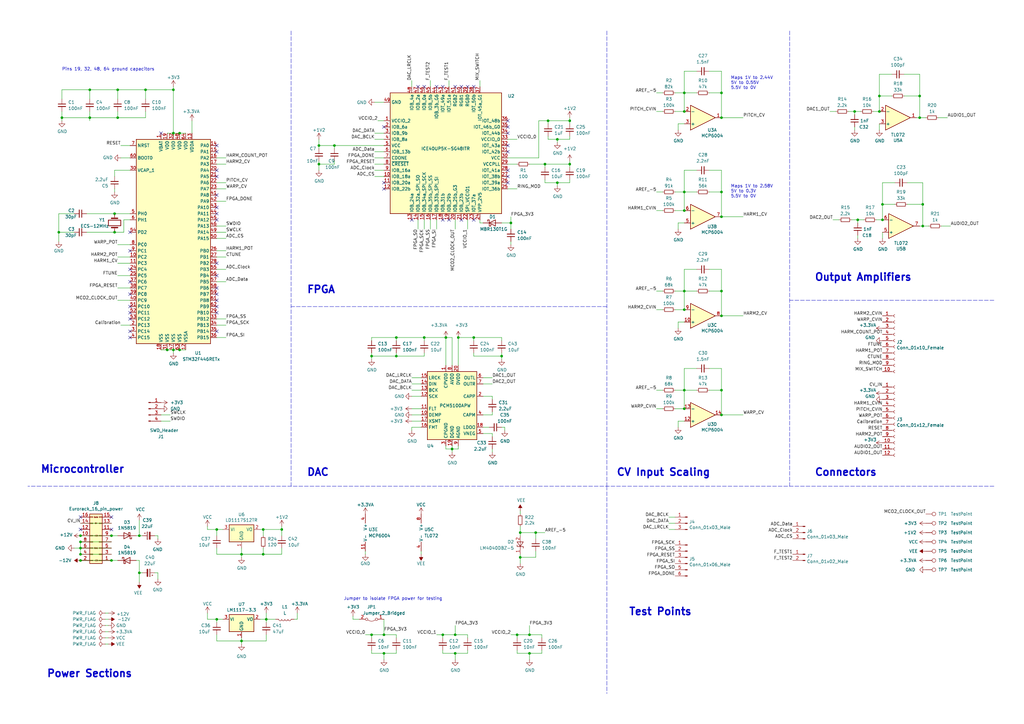
<source format=kicad_sch>
(kicad_sch (version 20230121) (generator eeschema)
  (paper "A3")
  (title_block (title "Addatone") (date "2024-01-16") (rev "2.1") (company "Mountjoy Modular"))
  (junction (at 152.4 146.05))
  (junction (at 280.67 38.1))
  (junction (at 57.15 219.71))
  (junction (at 280.67 78.74))
  (junction (at 185.42 184.15))
  (junction (at 350.52 45.72))
  (junction (at 130.81 59.69))
  (junction (at 280.67 119.38))
  (junction (at 213.36 218.44))
  (junction (at 68.58 143.51))
  (junction (at 217.17 267.97))
  (junction (at 360.68 39.37))
  (junction (at 173.99 138.43))
  (junction (at 45.72 219.71))
  (junction (at 361.95 83.82))
  (junction (at 377.19 39.37))
  (junction (at 212.09 260.35))
  (junction (at 73.66 54.61))
  (junction (at 295.91 170.18))
  (junction (at 162.56 146.05))
  (junction (at 295.91 78.74))
  (junction (at 295.91 119.38))
  (junction (at 233.68 67.31))
  (junction (at 25.4 48.26))
  (junction (at 228.6 74.93))
  (junction (at 115.57 217.17))
  (junction (at 280.67 160.02))
  (junction (at 99.06 262.89))
  (junction (at 280.67 167.64))
  (junction (at 71.12 143.51))
  (junction (at 99.06 227.33))
  (junction (at 48.26 36.83))
  (junction (at 182.88 138.43))
  (junction (at 181.61 260.35))
  (junction (at 88.9 217.17))
  (junction (at 351.79 90.17))
  (junction (at 46.99 95.25))
  (junction (at 361.95 90.17))
  (junction (at 377.19 48.26))
  (junction (at 162.56 138.43))
  (junction (at 280.67 45.72))
  (junction (at 157.48 267.97))
  (junction (at 223.52 67.31))
  (junction (at 280.67 86.36))
  (junction (at 45.72 229.87))
  (junction (at 233.68 49.53))
  (junction (at 137.16 59.69))
  (junction (at 109.22 254))
  (junction (at 295.91 160.02))
  (junction (at 213.36 228.6))
  (junction (at 205.74 146.05))
  (junction (at 219.71 218.44))
  (junction (at 360.68 45.72))
  (junction (at 24.13 95.25))
  (junction (at 46.99 87.63))
  (junction (at 295.91 38.1))
  (junction (at 88.9 254))
  (junction (at 217.17 260.35))
  (junction (at 228.6 57.15))
  (junction (at 186.69 267.97))
  (junction (at 71.12 54.61))
  (junction (at 107.95 217.17))
  (junction (at 33.02 224.79))
  (junction (at 33.02 229.87))
  (junction (at 378.46 92.71))
  (junction (at 48.26 48.26))
  (junction (at 33.02 222.25))
  (junction (at 36.83 48.26))
  (junction (at 186.69 260.35))
  (junction (at 107.95 227.33))
  (junction (at 224.79 49.53))
  (junction (at 73.66 143.51))
  (junction (at 33.02 219.71))
  (junction (at 152.4 260.35))
  (junction (at 194.31 138.43))
  (junction (at 157.48 260.35))
  (junction (at 59.69 36.83))
  (junction (at 71.12 36.83))
  (junction (at 209.55 91.44))
  (junction (at 187.96 138.43))
  (junction (at 295.91 88.9))
  (junction (at 130.81 67.31))
  (junction (at 280.67 127))
  (junction (at 378.46 83.82))
  (junction (at 36.83 36.83))
  (junction (at 57.15 234.95))
  (junction (at 295.91 48.26))
  (junction (at 295.91 129.54))
  (junction (at 33.02 227.33))
  (no_connect (at 88.9 59.69))
  (no_connect (at 88.9 69.85))
  (no_connect (at 33.02 212.09))
  (no_connect (at 171.45 35.56))
  (no_connect (at 53.34 102.87))
  (no_connect (at 208.28 49.53))
  (no_connect (at 53.34 128.27))
  (no_connect (at 208.28 59.69))
  (no_connect (at 191.77 35.56))
  (no_connect (at 88.9 125.73))
  (no_connect (at 184.15 90.17))
  (no_connect (at 53.34 110.49))
  (no_connect (at 179.07 35.56))
  (no_connect (at 181.61 35.56))
  (no_connect (at 53.34 95.25))
  (no_connect (at 208.28 52.07))
  (no_connect (at 53.34 125.73))
  (no_connect (at 88.9 123.19))
  (no_connect (at 157.48 52.07))
  (no_connect (at 88.9 87.63))
  (no_connect (at 88.9 135.89))
  (no_connect (at 88.9 107.95))
  (no_connect (at 88.9 72.39))
  (no_connect (at 208.28 62.23))
  (no_connect (at 53.34 130.81))
  (no_connect (at 189.23 90.17))
  (no_connect (at 88.9 62.23))
  (no_connect (at 88.9 113.03))
  (no_connect (at 88.9 90.17))
  (no_connect (at 208.28 74.93))
  (no_connect (at 157.48 74.93))
  (no_connect (at 88.9 120.65))
  (no_connect (at 181.61 90.17))
  (no_connect (at 53.34 115.57))
  (no_connect (at 157.48 77.47))
  (no_connect (at 88.9 80.01))
  (no_connect (at 208.28 54.61))
  (no_connect (at 88.9 118.11))
  (no_connect (at 53.34 138.43))
  (no_connect (at 208.28 72.39))
  (no_connect (at 194.31 90.17))
  (no_connect (at 189.23 35.56))
  (no_connect (at 208.28 69.85))
  (no_connect (at 53.34 135.89))
  (no_connect (at 168.91 90.17))
  (no_connect (at 66.04 54.61))
  (no_connect (at 194.31 35.56))
  (no_connect (at 173.99 35.56))
  (no_connect (at 33.02 217.17))
  (no_connect (at 45.72 217.17))
  (no_connect (at 88.9 85.09))
  (no_connect (at 53.34 120.65))
  (no_connect (at 88.9 128.27))
  (no_connect (at 45.72 212.09))
  (no_connect (at 186.69 35.56))
  (wire (pts (xy 290.83 38.1) (xy 295.91 38.1)))
  (wire (pts (xy 57.15 219.71) (xy 57.15 213.36)))
  (wire (pts (xy 55.88 219.71) (xy 57.15 219.71)))
  (polyline (pts (xy 119.38 12.7) (xy 119.38 199.39)) (stroke (width 0) (type dash)))
  (wire (pts (xy 378.46 92.71) (xy 378.46 83.82)))
  (wire (pts (xy 295.91 160.02) (xy 295.91 170.18)))
  (wire (pts (xy 48.26 123.19) (xy 53.34 123.19)))
  (wire (pts (xy 36.83 36.83) (xy 48.26 36.83)))
  (wire (pts (xy 25.4 48.26) (xy 25.4 49.53)))
  (wire (pts (xy 191.77 266.7) (xy 191.77 267.97)))
  (wire (pts (xy 88.9 138.43) (xy 92.71 138.43)))
  (wire (pts (xy 68.58 143.51) (xy 71.12 143.51)))
  (wire (pts (xy 48.26 45.72) (xy 48.26 48.26)))
  (wire (pts (xy 233.68 49.53) (xy 233.68 50.8)))
  (wire (pts (xy 152.4 138.43) (xy 162.56 138.43)))
  (wire (pts (xy 71.12 35.56) (xy 71.12 36.83)))
  (wire (pts (xy 172.72 175.26) (xy 168.91 175.26)))
  (wire (pts (xy 213.36 218.44) (xy 213.36 219.71)))
  (wire (pts (xy 36.83 36.83) (xy 36.83 40.64)))
  (wire (pts (xy 209.55 91.44) (xy 209.55 88.9)))
  (wire (pts (xy 186.69 90.17) (xy 186.69 93.98)))
  (wire (pts (xy 184.15 33.02) (xy 184.15 35.56)))
  (wire (pts (xy 45.72 224.79) (xy 33.02 224.79)))
  (wire (pts (xy 377.19 92.71) (xy 378.46 92.71)))
  (wire (pts (xy 69.85 170.18) (xy 66.04 170.18)))
  (wire (pts (xy 196.85 33.02) (xy 196.85 35.56)))
  (wire (pts (xy 153.67 67.31) (xy 157.48 67.31)))
  (wire (pts (xy 290.83 160.02) (xy 295.91 160.02)))
  (wire (pts (xy 196.85 91.44) (xy 198.12 91.44)))
  (wire (pts (xy 107.95 217.17) (xy 107.95 219.71)))
  (wire (pts (xy 157.48 270.51) (xy 157.48 267.97)))
  (wire (pts (xy 153.67 72.39) (xy 157.48 72.39)))
  (wire (pts (xy 280.67 160.02) (xy 280.67 167.64)))
  (wire (pts (xy 217.17 270.51) (xy 217.17 267.97)))
  (wire (pts (xy 25.4 48.26) (xy 36.83 48.26)))
  (wire (pts (xy 168.91 167.64) (xy 172.72 167.64)))
  (wire (pts (xy 85.09 251.46) (xy 85.09 254)))
  (wire (pts (xy 88.9 260.35) (xy 88.9 262.89)))
  (wire (pts (xy 25.4 45.72) (xy 25.4 48.26)))
  (wire (pts (xy 88.9 217.17) (xy 88.9 219.71)))
  (wire (pts (xy 224.79 55.88) (xy 224.79 57.15)))
  (wire (pts (xy 280.67 151.13) (xy 280.67 160.02)))
  (wire (pts (xy 43.18 264.16) (xy 44.45 264.16)))
  (wire (pts (xy 212.09 260.35) (xy 212.09 261.62)))
  (wire (pts (xy 181.61 260.35) (xy 186.69 260.35)))
  (wire (pts (xy 88.9 254) (xy 88.9 255.27)))
  (wire (pts (xy 361.95 74.93) (xy 361.95 83.82)))
  (wire (pts (xy 57.15 234.95) (xy 57.15 238.76)))
  (polyline (pts (xy 407.67 123.19) (xy 323.85 123.19)) (stroke (width 0) (type dash)))
  (wire (pts (xy 48.26 48.26) (xy 59.69 48.26)))
  (wire (pts (xy 377.19 48.26) (xy 379.73 48.26)))
  (wire (pts (xy 130.81 57.15) (xy 130.81 59.69)))
  (wire (pts (xy 191.77 260.35) (xy 191.77 261.62)))
  (wire (pts (xy 130.81 66.04) (xy 130.81 67.31)))
  (wire (pts (xy 43.18 256.54) (xy 44.45 256.54)))
  (wire (pts (xy 290.83 119.38) (xy 295.91 119.38)))
  (wire (pts (xy 71.12 36.83) (xy 71.12 54.61)))
  (wire (pts (xy 85.09 254) (xy 88.9 254)))
  (wire (pts (xy 162.56 138.43) (xy 162.56 139.7)))
  (wire (pts (xy 185.42 138.43) (xy 182.88 138.43)))
  (wire (pts (xy 208.28 67.31) (xy 212.09 67.31)))
  (wire (pts (xy 280.67 69.85) (xy 280.67 78.74)))
  (wire (pts (xy 121.92 254) (xy 120.65 254)))
  (wire (pts (xy 43.18 254) (xy 44.45 254)))
  (wire (pts (xy 45.72 227.33) (xy 33.02 227.33)))
  (wire (pts (xy 269.24 45.72) (xy 271.78 45.72)))
  (wire (pts (xy 173.99 90.17) (xy 173.99 93.98)))
  (wire (pts (xy 85.09 215.9) (xy 85.09 217.17)))
  (wire (pts (xy 341.63 90.17) (xy 344.17 90.17)))
  (wire (pts (xy 115.57 227.33) (xy 107.95 227.33)))
  (polyline (pts (xy 407.67 199.39) (xy 11.43 199.39)) (stroke (width 0) (type dash)))
  (wire (pts (xy 304.8 170.18) (xy 295.91 170.18)))
  (wire (pts (xy 280.67 91.44) (xy 278.13 91.44)))
  (wire (pts (xy 205.74 91.44) (xy 209.55 91.44)))
  (wire (pts (xy 33.02 227.33) (xy 33.02 224.79)))
  (wire (pts (xy 290.83 78.74) (xy 295.91 78.74)))
  (wire (pts (xy 370.84 30.48) (xy 377.19 30.48)))
  (wire (pts (xy 144.78 252.73) (xy 144.78 254)))
  (wire (pts (xy 33.02 219.71) (xy 45.72 219.71)))
  (wire (pts (xy 88.9 217.17) (xy 91.44 217.17)))
  (wire (pts (xy 295.91 110.49) (xy 295.91 119.38)))
  (wire (pts (xy 171.45 93.98) (xy 171.45 90.17)))
  (wire (pts (xy 187.96 138.43) (xy 194.31 138.43)))
  (wire (pts (xy 186.69 267.97) (xy 191.77 267.97)))
  (wire (pts (xy 107.95 224.79) (xy 107.95 227.33)))
  (wire (pts (xy 276.86 86.36) (xy 280.67 86.36)))
  (wire (pts (xy 162.56 260.35) (xy 162.56 261.62)))
  (wire (pts (xy 33.02 222.25) (xy 33.02 224.79)))
  (wire (pts (xy 187.96 182.88) (xy 187.96 184.15)))
  (wire (pts (xy 349.25 90.17) (xy 351.79 90.17)))
  (wire (pts (xy 372.11 83.82) (xy 378.46 83.82)))
  (wire (pts (xy 194.31 144.78) (xy 194.31 146.05)))
  (wire (pts (xy 59.69 36.83) (xy 71.12 36.83)))
  (wire (pts (xy 269.24 127) (xy 271.78 127)))
  (wire (pts (xy 219.71 218.44) (xy 213.36 218.44)))
  (wire (pts (xy 153.67 62.23) (xy 157.48 62.23)))
  (wire (pts (xy 274.32 212.09) (xy 276.86 212.09)))
  (wire (pts (xy 186.69 260.35) (xy 191.77 260.35)))
  (wire (pts (xy 212.09 266.7) (xy 212.09 267.97)))
  (wire (pts (xy 88.9 105.41) (xy 92.71 105.41)))
  (wire (pts (xy 153.67 57.15) (xy 157.48 57.15)))
  (wire (pts (xy 274.32 217.17) (xy 276.86 217.17)))
  (wire (pts (xy 78.74 49.53) (xy 78.74 54.61)))
  (polyline (pts (xy 248.92 199.39) (xy 248.92 284.48)) (stroke (width 0) (type dash)))
  (wire (pts (xy 168.91 172.72) (xy 172.72 172.72)))
  (wire (pts (xy 269.24 167.64) (xy 271.78 167.64)))
  (wire (pts (xy 274.32 214.63) (xy 276.86 214.63)))
  (wire (pts (xy 43.18 259.08) (xy 44.45 259.08)))
  (wire (pts (xy 115.57 215.9) (xy 115.57 217.17)))
  (wire (pts (xy 36.83 45.72) (xy 36.83 48.26)))
  (wire (pts (xy 269.24 38.1) (xy 271.78 38.1)))
  (wire (pts (xy 106.68 254) (xy 109.22 254)))
  (wire (pts (xy 181.61 267.97) (xy 186.69 267.97)))
  (wire (pts (xy 88.9 92.71) (xy 92.71 92.71)))
  (wire (pts (xy 280.67 119.38) (xy 285.75 119.38)))
  (wire (pts (xy 194.31 146.05) (xy 205.74 146.05)))
  (wire (pts (xy 43.18 261.62) (xy 44.45 261.62)))
  (wire (pts (xy 280.67 110.49) (xy 280.67 119.38)))
  (wire (pts (xy 304.8 88.9) (xy 295.91 88.9)))
  (wire (pts (xy 360.68 39.37) (xy 360.68 45.72)))
  (wire (pts (xy 46.99 69.85) (xy 46.99 72.39)))
  (wire (pts (xy 295.91 38.1) (xy 295.91 48.26)))
  (wire (pts (xy 358.14 45.72) (xy 360.68 45.72)))
  (wire (pts (xy 33.02 229.87) (xy 45.72 229.87)))
  (wire (pts (xy 115.57 224.79) (xy 115.57 227.33)))
  (wire (pts (xy 109.22 251.46) (xy 109.22 254)))
  (wire (pts (xy 217.17 67.31) (xy 223.52 67.31)))
  (wire (pts (xy 185.42 184.15) (xy 185.42 185.42)))
  (wire (pts (xy 223.52 73.66) (xy 223.52 74.93)))
  (polyline (pts (xy 248.92 12.7) (xy 248.92 199.39)) (stroke (width 0) (type dash)))
  (wire (pts (xy 153.67 64.77) (xy 157.48 64.77)))
  (wire (pts (xy 121.92 251.46) (xy 121.92 254)))
  (wire (pts (xy 377.19 48.26) (xy 377.19 39.37)))
  (wire (pts (xy 361.95 83.82) (xy 367.03 83.82)))
  (wire (pts (xy 69.85 172.72) (xy 66.04 172.72)))
  (wire (pts (xy 24.13 87.63) (xy 24.13 95.25)))
  (wire (pts (xy 71.12 54.61) (xy 71.12 55.88)))
  (wire (pts (xy 269.24 86.36) (xy 271.78 86.36)))
  (wire (pts (xy 269.24 78.74) (xy 271.78 78.74)))
  (wire (pts (xy 223.52 74.93) (xy 228.6 74.93)))
  (wire (pts (xy 280.67 132.08) (xy 278.13 132.08)))
  (wire (pts (xy 30.48 224.79) (xy 33.02 224.79)))
  (wire (pts (xy 68.58 54.61) (xy 71.12 54.61)))
  (wire (pts (xy 233.68 67.31) (xy 233.68 68.58)))
  (wire (pts (xy 278.13 172.72) (xy 278.13 175.26)))
  (wire (pts (xy 201.93 168.91) (xy 201.93 170.18)))
  (wire (pts (xy 137.16 66.04) (xy 137.16 67.31)))
  (wire (pts (xy 350.52 45.72) (xy 350.52 46.99)))
  (wire (pts (xy 361.95 83.82) (xy 361.95 90.17)))
  (wire (pts (xy 209.55 91.44) (xy 209.55 93.98)))
  (wire (pts (xy 176.53 33.02) (xy 176.53 35.56)))
  (wire (pts (xy 217.17 256.54) (xy 217.17 260.35)))
  (wire (pts (xy 99.06 262.89) (xy 99.06 264.16)))
  (wire (pts (xy 43.18 251.46) (xy 44.45 251.46)))
  (wire (pts (xy 280.67 78.74) (xy 280.67 86.36)))
  (wire (pts (xy 88.9 74.93) (xy 92.71 74.93)))
  (wire (pts (xy 152.4 260.35) (xy 157.48 260.35)))
  (wire (pts (xy 280.67 50.8) (xy 278.13 50.8)))
  (wire (pts (xy 280.67 119.38) (xy 280.67 127)))
  (wire (pts (xy 106.68 217.17) (xy 107.95 217.17)))
  (wire (pts (xy 350.52 52.07) (xy 350.52 53.34)))
  (wire (pts (xy 182.88 138.43) (xy 182.88 149.86)))
  (wire (pts (xy 213.36 215.9) (xy 213.36 218.44)))
  (wire (pts (xy 130.81 59.69) (xy 130.81 60.96)))
  (wire (pts (xy 224.79 49.53) (xy 233.68 49.53)))
  (wire (pts (xy 162.56 266.7) (xy 162.56 267.97)))
  (wire (pts (xy 24.13 95.25) (xy 24.13 99.06)))
  (wire (pts (xy 276.86 78.74) (xy 280.67 78.74)))
  (wire (pts (xy 137.16 67.31) (xy 130.81 67.31)))
  (wire (pts (xy 48.26 118.11) (xy 53.34 118.11)))
  (wire (pts (xy 53.34 69.85) (xy 46.99 69.85)))
  (wire (pts (xy 88.9 254) (xy 91.44 254)))
  (wire (pts (xy 152.4 260.35) (xy 152.4 261.62)))
  (wire (pts (xy 71.12 54.61) (xy 73.66 54.61)))
  (wire (pts (xy 360.68 30.48) (xy 365.76 30.48)))
  (wire (pts (xy 290.83 151.13) (xy 295.91 151.13)))
  (wire (pts (xy 57.15 229.87) (xy 57.15 234.95)))
  (wire (pts (xy 162.56 146.05) (xy 173.99 146.05)))
  (polyline (pts (xy 323.85 12.7) (xy 323.85 199.39)) (stroke (width 0) (type dash)))
  (wire (pts (xy 107.95 217.17) (xy 115.57 217.17)))
  (wire (pts (xy 209.55 99.06) (xy 209.55 100.33)))
  (wire (pts (xy 181.61 260.35) (xy 181.61 261.62)))
  (wire (pts (xy 377.19 30.48) (xy 377.19 39.37)))
  (wire (pts (xy 182.88 184.15) (xy 185.42 184.15)))
  (wire (pts (xy 212.09 267.97) (xy 217.17 267.97)))
  (wire (pts (xy 219.71 218.44) (xy 219.71 220.98)))
  (wire (pts (xy 115.57 217.17) (xy 115.57 219.71)))
  (wire (pts (xy 162.56 144.78) (xy 162.56 146.05)))
  (wire (pts (xy 173.99 138.43) (xy 182.88 138.43)))
  (wire (pts (xy 99.06 262.89) (xy 109.22 262.89)))
  (wire (pts (xy 88.9 67.31) (xy 92.71 67.31)))
  (wire (pts (xy 157.48 267.97) (xy 162.56 267.97)))
  (wire (pts (xy 233.68 48.26) (xy 233.68 49.53)))
  (wire (pts (xy 198.12 154.94) (xy 201.93 154.94)))
  (wire (pts (xy 194.31 138.43) (xy 205.74 138.43)))
  (wire (pts (xy 205.74 144.78) (xy 205.74 146.05)))
  (wire (pts (xy 88.9 110.49) (xy 92.71 110.49)))
  (wire (pts (xy 88.9 102.87) (xy 92.71 102.87)))
  (wire (pts (xy 88.9 262.89) (xy 99.06 262.89)))
  (wire (pts (xy 359.41 90.17) (xy 361.95 90.17)))
  (wire (pts (xy 361.95 95.25) (xy 361.95 97.79)))
  (wire (pts (xy 168.91 157.48) (xy 172.72 157.48)))
  (wire (pts (xy 25.4 36.83) (xy 36.83 36.83)))
  (wire (pts (xy 205.74 147.32) (xy 205.74 146.05)))
  (wire (pts (xy 212.09 77.47) (xy 208.28 77.47)))
  (wire (pts (xy 35.56 95.25) (xy 46.99 95.25)))
  (wire (pts (xy 295.91 119.38) (xy 295.91 129.54)))
  (wire (pts (xy 157.48 260.35) (xy 162.56 260.35)))
  (wire (pts (xy 48.26 36.83) (xy 48.26 40.64)))
  (wire (pts (xy 48.26 100.33) (xy 53.34 100.33)))
  (wire (pts (xy 370.84 39.37) (xy 377.19 39.37)))
  (wire (pts (xy 304.8 129.54) (xy 295.91 129.54)))
  (wire (pts (xy 49.53 64.77) (xy 53.34 64.77)))
  (wire (pts (xy 340.36 45.72) (xy 342.9 45.72)))
  (wire (pts (xy 375.92 48.26) (xy 377.19 48.26)))
  (wire (pts (xy 64.77 219.71) (xy 63.5 219.71)))
  (wire (pts (xy 205.74 138.43) (xy 205.74 139.7)))
  (wire (pts (xy 109.22 260.35) (xy 109.22 262.89)))
  (wire (pts (xy 185.42 182.88) (xy 185.42 184.15)))
  (wire (pts (xy 217.17 260.35) (xy 222.25 260.35)))
  (wire (pts (xy 276.86 160.02) (xy 280.67 160.02)))
  (wire (pts (xy 157.48 254) (xy 157.48 260.35)))
  (wire (pts (xy 186.69 270.51) (xy 186.69 267.97)))
  (wire (pts (xy 45.72 219.71) (xy 48.26 219.71)))
  (wire (pts (xy 173.99 138.43) (xy 173.99 139.7)))
  (wire (pts (xy 24.13 87.63) (xy 30.48 87.63)))
  (wire (pts (xy 176.53 90.17) (xy 176.53 93.98)))
  (wire (pts (xy 172.72 226.06) (xy 172.72 227.33)))
  (wire (pts (xy 196.85 90.17) (xy 196.85 91.44)))
  (wire (pts (xy 152.4 146.05) (xy 162.56 146.05)))
  (wire (pts (xy 280.67 38.1) (xy 280.67 45.72)))
  (wire (pts (xy 269.24 119.38) (xy 271.78 119.38)))
  (wire (pts (xy 58.42 219.71) (xy 57.15 219.71)))
  (wire (pts (xy 278.13 132.08) (xy 278.13 134.62)))
  (wire (pts (xy 191.77 90.17) (xy 191.77 93.98)))
  (wire (pts (xy 64.77 234.95) (xy 64.77 237.49)))
  (wire (pts (xy 88.9 227.33) (xy 99.06 227.33)))
  (wire (pts (xy 222.25 266.7) (xy 222.25 267.97)))
  (wire (pts (xy 25.4 36.83) (xy 25.4 40.64)))
  (wire (pts (xy 179.07 260.35) (xy 181.61 260.35)))
  (wire (pts (xy 280.67 78.74) (xy 285.75 78.74)))
  (wire (pts (xy 276.86 45.72) (xy 280.67 45.72)))
  (wire (pts (xy 55.88 229.87) (xy 57.15 229.87)))
  (wire (pts (xy 378.46 92.71) (xy 381 92.71)))
  (wire (pts (xy 71.12 143.51) (xy 71.12 144.78)))
  (wire (pts (xy 223.52 67.31) (xy 223.52 68.58)))
  (wire (pts (xy 220.98 49.53) (xy 224.79 49.53)))
  (wire (pts (xy 276.86 127) (xy 280.67 127)))
  (wire (pts (xy 130.81 59.69) (xy 137.16 59.69)))
  (wire (pts (xy 99.06 224.79) (xy 99.06 227.33)))
  (wire (pts (xy 280.67 69.85) (xy 285.75 69.85)))
  (wire (pts (xy 222.25 260.35) (xy 222.25 261.62)))
  (wire (pts (xy 198.12 170.18) (xy 201.93 170.18)))
  (wire (pts (xy 59.69 45.72) (xy 59.69 48.26)))
  (wire (pts (xy 360.68 50.8) (xy 360.68 53.34)))
  (wire (pts (xy 351.79 90.17) (xy 354.33 90.17)))
  (wire (pts (xy 88.9 130.81) (xy 92.71 130.81)))
  (wire (pts (xy 378.46 74.93) (xy 378.46 83.82)))
  (wire (pts (xy 372.11 74.93) (xy 378.46 74.93)))
  (wire (pts (xy 99.06 261.62) (xy 99.06 262.89)))
  (wire (pts (xy 168.91 160.02) (xy 172.72 160.02)))
  (wire (pts (xy 290.83 110.49) (xy 295.91 110.49)))
  (wire (pts (xy 198.12 162.56) (xy 201.93 162.56)))
  (wire (pts (xy 280.67 160.02) (xy 285.75 160.02)))
  (wire (pts (xy 88.9 224.79) (xy 88.9 227.33)))
  (wire (pts (xy 207.01 176.53) (xy 207.01 175.26)))
  (wire (pts (xy 223.52 218.44) (xy 219.71 218.44)))
  (wire (pts (xy 280.67 29.21) (xy 285.75 29.21)))
  (wire (pts (xy 280.67 172.72) (xy 278.13 172.72)))
  (wire (pts (xy 280.67 29.21) (xy 280.67 38.1)))
  (wire (pts (xy 228.6 74.93) (xy 233.68 74.93)))
  (wire (pts (xy 201.93 184.15) (xy 201.93 185.42)))
  (wire (pts (xy 153.67 54.61) (xy 157.48 54.61)))
  (wire (pts (xy 46.99 77.47) (xy 46.99 78.74)))
  (wire (pts (xy 152.4 147.32) (xy 152.4 146.05)))
  (wire (pts (xy 201.93 162.56) (xy 201.93 163.83)))
  (wire (pts (xy 152.4 138.43) (xy 152.4 139.7)))
  (wire (pts (xy 295.91 78.74) (xy 295.91 88.9)))
  (wire (pts (xy 152.4 266.7) (xy 152.4 267.97)))
  (wire (pts (xy 59.69 36.83) (xy 48.26 36.83)))
  (wire (pts (xy 290.83 69.85) (xy 295.91 69.85)))
  (wire (pts (xy 137.16 59.69) (xy 157.48 59.69)))
  (wire (pts (xy 187.96 138.43) (xy 187.96 149.86)))
  (wire (pts (xy 73.66 143.51) (xy 76.2 143.51)))
  (wire (pts (xy 48.26 105.41) (xy 53.34 105.41)))
  (wire (pts (xy 50.8 90.17) (xy 53.34 90.17)))
  (wire (pts (xy 64.77 234.95) (xy 63.5 234.95)))
  (wire (pts (xy 201.93 177.8) (xy 201.93 179.07)))
  (wire (pts (xy 130.81 67.31) (xy 130.81 69.85)))
  (wire (pts (xy 351.79 90.17) (xy 351.79 91.44)))
  (wire (pts (xy 53.34 133.35) (xy 49.53 133.35)))
  (wire (pts (xy 88.9 115.57) (xy 92.71 115.57)))
  (wire (pts (xy 361.95 74.93) (xy 367.03 74.93)))
  (wire (pts (xy 213.36 228.6) (xy 213.36 231.14)))
  (wire (pts (xy 181.61 266.7) (xy 181.61 267.97)))
  (wire (pts (xy 48.26 113.03) (xy 53.34 113.03)))
  (wire (pts (xy 224.79 49.53) (xy 224.79 50.8)))
  (wire (pts (xy 48.26 107.95) (xy 53.34 107.95)))
  (wire (pts (xy 233.68 73.66) (xy 233.68 74.93)))
  (wire (pts (xy 152.4 267.97) (xy 157.48 267.97)))
  (wire (pts (xy 213.36 227.33) (xy 213.36 228.6)))
  (wire (pts (xy 278.13 50.8) (xy 278.13 53.34)))
  (wire (pts (xy 280.67 151.13) (xy 285.75 151.13)))
  (wire (pts (xy 386.08 92.71) (xy 389.89 92.71)))
  (wire (pts (xy 168.91 154.94) (xy 172.72 154.94)))
  (wire (pts (xy 162.56 138.43) (xy 173.99 138.43)))
  (wire (pts (xy 350.52 45.72) (xy 353.06 45.72)))
  (wire (pts (xy 149.86 226.06) (xy 149.86 227.33)))
  (wire (pts (xy 33.02 214.63) (xy 45.72 214.63)))
  (wire (pts (xy 228.6 58.42) (xy 228.6 57.15)))
  (wire (pts (xy 186.69 256.54) (xy 186.69 260.35)))
  (wire (pts (xy 154.94 49.53) (xy 157.48 49.53)))
  (wire (pts (xy 71.12 143.51) (xy 73.66 143.51)))
  (wire (pts (xy 280.67 110.49) (xy 285.75 110.49)))
  (wire (pts (xy 88.9 64.77) (xy 92.71 64.77)))
  (wire (pts (xy 88.9 82.55) (xy 92.71 82.55)))
  (wire (pts (xy 223.52 67.31) (xy 233.68 67.31)))
  (wire (pts (xy 92.71 133.35) (xy 88.9 133.35)))
  (wire (pts (xy 213.36 209.55) (xy 213.36 210.82)))
  (wire (pts (xy 168.91 175.26) (xy 168.91 176.53)))
  (wire (pts (xy 66.04 143.51) (xy 68.58 143.51)))
  (wire (pts (xy 185.42 138.43) (xy 185.42 149.86)))
  (wire (pts (xy 228.6 57.15) (xy 233.68 57.15)))
  (wire (pts (xy 35.56 87.63) (xy 46.99 87.63)))
  (wire (pts (xy 45.72 222.25) (xy 33.02 222.25)))
  (wire (pts (xy 85.09 217.17) (xy 88.9 217.17)))
  (wire (pts (xy 194.31 138.43) (xy 194.31 139.7)))
  (wire (pts (xy 213.36 228.6) (xy 219.71 228.6)))
  (wire (pts (xy 233.68 55.88) (xy 233.68 57.15)))
  (wire (pts (xy 73.66 54.61) (xy 76.2 54.61)))
  (wire (pts (xy 149.86 260.35) (xy 152.4 260.35)))
  (wire (pts (xy 220.98 64.77) (xy 208.28 64.77)))
  (wire (pts (xy 212.09 260.35) (xy 217.17 260.35)))
  (wire (pts (xy 198.12 157.48) (xy 201.93 157.48)))
  (wire (pts (xy 59.69 36.83) (xy 59.69 40.64)))
  (wire (pts (xy 50.8 95.25) (xy 46.99 95.25)))
  (wire (pts (xy 295.91 69.85) (xy 295.91 78.74)))
  (wire (pts (xy 209.55 260.35) (xy 212.09 260.35)))
  (wire (pts (xy 276.86 167.64) (xy 280.67 167.64)))
  (wire (pts (xy 88.9 97.79) (xy 92.71 97.79)))
  (wire (pts (xy 278.13 91.44) (xy 278.13 93.98)))
  (wire (pts (xy 109.22 254) (xy 109.22 255.27)))
  (wire (pts (xy 58.42 234.95) (xy 57.15 234.95)))
  (wire (pts (xy 198.12 175.26) (xy 200.66 175.26)))
  (wire (pts (xy 360.68 39.37) (xy 365.76 39.37)))
  (wire (pts (xy 173.99 144.78) (xy 173.99 146.05)))
  (wire (pts (xy 144.78 254) (xy 147.32 254)))
  (wire (pts (xy 276.86 119.38) (xy 280.67 119.38)))
  (wire (pts (xy 187.96 184.15) (xy 185.42 184.15)))
  (wire (pts (xy 153.67 41.91) (xy 157.48 41.91)))
  (wire (pts (xy 152.4 144.78) (xy 152.4 146.05)))
  (wire (pts (xy 107.95 227.33) (xy 99.06 227.33)))
  (wire (pts (xy 224.79 57.15) (xy 228.6 57.15)))
  (wire (pts (xy 208.28 57.15) (xy 212.09 57.15)))
  (wire (pts (xy 64.77 219.71) (xy 64.77 220.98)))
  (wire (pts (xy 219.71 226.06) (xy 219.71 228.6)))
  (wire (pts (xy 290.83 29.21) (xy 295.91 29.21)))
  (wire (pts (xy 137.16 59.69) (xy 137.16 60.96)))
  (wire (pts (xy 179.07 90.17) (xy 179.07 93.98)))
  (wire (pts (xy 182.88 182.88) (xy 182.88 184.15)))
  (wire (pts (xy 99.06 227.33) (xy 99.06 228.6)))
  (wire (pts (xy 276.86 38.1) (xy 280.67 38.1)))
  (wire (pts (xy 360.68 30.48) (xy 360.68 39.37)))
  (wire (pts (xy 153.67 69.85) (xy 157.48 69.85)))
  (wire (pts (xy 88.9 77.47) (xy 92.71 77.47)))
  (wire (pts (xy 168.91 170.18) (xy 172.72 170.18)))
  (wire (pts (xy 45.72 229.87) (xy 48.26 229.87)))
  (wire (pts (xy 198.12 177.8) (xy 201.93 177.8)))
  (wire (pts (xy 295.91 29.21) (xy 295.91 38.1)))
  (wire (pts (xy 295.91 151.13) (xy 295.91 160.02)))
  (polyline (pts (xy 248.92 125.73) (xy 119.38 125.73)) (stroke (width 0) (type dash)))
  (wire (pts (xy 88.9 95.25) (xy 92.71 95.25)))
  (wire (pts (xy 220.98 49.53) (xy 220.98 64.77)))
  (wire (pts (xy 347.98 45.72) (xy 350.52 45.72)))
  (wire (pts (xy 53.34 87.63) (xy 46.99 87.63)))
  (wire (pts (xy 36.83 48.26) (xy 36.83 49.53)))
  (wire (pts (xy 384.81 48.26) (xy 388.62 48.26)))
  (wire (pts (xy 168.91 162.56) (xy 172.72 162.56)))
  (wire (pts (xy 24.13 95.25) (xy 30.48 95.25)))
  (wire (pts (xy 109.22 254) (xy 113.03 254)))
  (wire (pts (xy 269.24 160.02) (xy 271.78 160.02)))
  (wire (pts (xy 36.83 48.26) (xy 48.26 48.26)))
  (wire (pts (xy 351.79 96.52) (xy 351.79 97.79)))
  (wire (pts (xy 53.34 59.69) (xy 49.53 59.69)))
  (wire (pts (xy 304.8 48.26) (xy 295.91 48.26)))
  (wire (pts (xy 50.8 95.25) (xy 50.8 90.17)))
  (wire (pts (xy 207.01 175.26) (xy 205.74 175.26)))
  (wire (pts (xy 168.91 33.02) (xy 168.91 35.56)))
  (wire (pts (xy 280.67 38.1) (xy 285.75 38.1)))
  (wire (pts (xy 233.68 66.04) (xy 233.68 67.31)))
  (wire (pts (xy 217.17 267.97) (xy 222.25 267.97)))
  (wire (pts (xy 228.6 76.2) (xy 228.6 74.93)))
  (text "Pins 19, 32, 48, 64 ground capacitors" (at 25.4 29.21 0) (effects (font (size 1.27 1.27)) (justify left bottom)))
  (text "Test Points" (at 257.81 252.73 0) (effects (font (size 3 3) (thickness 0.6) bold) (justify left bottom)))
  (text "Power Sections" (at 19.05 278.13 0) (effects (font (size 3 3) (thickness 0.6) bold) (justify left bottom)))
  (text "DAC" (at 125.73 195.58 0) (effects (font (size 3 3) (thickness 0.6) bold) (justify left bottom)))
  (text "Jumper to isolate FPGA power for testing" (at 140.97 246.38 0) (effects (font (size 1.27 1.27)) (justify left bottom)))
  (text "Output Amplifiers" (at 334.01 115.57 0) (effects (font (size 3 3) (thickness 0.6) bold) (justify left bottom)))
  (text "Microcontroller" (at 16.51 194.31 0) (effects (font (size 3 3) (thickness 0.6) bold) (justify left bottom)))
  (text "Maps 1V to 2.44V\n5V to 0.55V\n5.5V to 0V" (at 299.72 36.83 0) (effects (font (size 1.27 1.27)) (justify left bottom)))
  (text "Maps 1V to 2.58V\n5V to 0.3V\n5.5V to 0V" (at 299.72 81.28 0) (effects (font (size 1.27 1.27)) (justify left bottom)))
  (text "CV Input Scaling" (at 252.73 195.58 0) (effects (font (size 3 3) (thickness 0.6) bold) (justify left bottom)))
  (text "Connectors" (at 334.01 195.58 0) (effects (font (size 3 3) (thickness 0.6) bold) (justify left bottom)))
  (text "FPGA" (at 125.73 120.65 0) (effects (font (size 3 3) (thickness 0.6) bold) (justify left bottom)))
  (label "FTUNE" (at 48.26 113.03 180))
  (label "FPGA_3V3" (at 217.17 256.54 0))
  (label "FPGA_SI" (at 276.86 231.14 180))
  (label "MIX_SWITCH" (at 196.85 33.02 90))
  (label "AUDIO2_OUT" (at 361.95 184.15 180))
  (label "HARM2_CV" (at 304.8 129.54 0))
  (label "HARM1_CV" (at 304.8 88.9 0))
  (label "HARM1_POT" (at 361.95 144.78 180))
  (label "VCCIO_0" (at 212.09 57.15 0))
  (label "DAC_BCLK" (at 153.67 57.15 180))
  (label "SWDIO" (at 69.85 172.72 0))
  (label "ADC_Data" (at 92.71 115.57 0))
  (label "DAC_BCLK" (at 168.91 160.02 180))
  (label "DAC_DATA" (at 168.91 157.48 180))
  (label "MCO2_CLOCK_OUT" (at 379.73 210.82 180))
  (label "ADC_Clock" (at 92.71 110.49 0))
  (label "DAC_LRCLK" (at 274.32 217.17 180))
  (label "MCO2_CLOCK_OUT" (at 186.69 93.98 270))
  (label "MCO2_CLOCK_OUT" (at 48.26 123.19 180))
  (label "WARP_CVIN" (at 361.95 132.08 180))
  (label "FPGA_SO" (at 171.45 93.98 270))
  (label "F_TEST1" (at 184.15 33.02 90))
  (label "Calibration" (at 361.95 173.99 180))
  (label "FPGA_RESET" (at 48.26 118.11 180))
  (label "FPGA_SS" (at 92.71 130.81 0))
  (label "ADC_Data" (at 325.12 215.9 180))
  (label "AUDIO1_OUT" (at 388.62 48.26 0))
  (label "HARM2_CVIN" (at 361.95 129.54 180))
  (label "HARM2_CVIN" (at 269.24 127 180))
  (label "DAC_DATA" (at 274.32 214.63 180))
  (label "CV_IN" (at 33.02 214.63 180))
  (label "AREF_-5" (at 269.24 78.74 180))
  (label "FPGA_DONE" (at 276.86 236.22 180))
  (label "FPGA_SS" (at 176.53 93.98 270))
  (label "WARP_CVIN" (at 269.24 167.64 180))
  (label "HARM_COUNT_POT" (at 92.71 64.77 0))
  (label "HARM2_POT" (at 48.26 105.41 180))
  (label "HARM1_CV" (at 48.26 107.95 180))
  (label "FPGA_SO" (at 276.86 233.68 180))
  (label "WARP_POT" (at 48.26 100.33 180))
  (label "CV_IN" (at 361.95 158.75 180))
  (label "HARM1_CVIN" (at 269.24 86.36 180))
  (label "FPGA_SS" (at 276.86 226.06 180))
  (label "HARM2_CV" (at 92.71 67.31 0))
  (label "ADC_Data" (at 153.67 62.23 180))
  (label "AREF_-5" (at 223.52 218.44 0))
  (label "Calibration" (at 49.53 133.35 180))
  (label "SWDIO" (at 92.71 92.71 0))
  (label "F_TEST1" (at 325.12 227.33 180))
  (label "HARM1_POT" (at 92.71 102.87 0))
  (label "FPGA_RESET" (at 153.67 67.31 180))
  (label "WARP_CV" (at 304.8 170.18 0))
  (label "FPGA_SCK" (at 173.99 93.98 270))
  (label "FPGA_SCK" (at 92.71 133.35 0))
  (label "FPGA_3V3" (at 209.55 88.9 0))
  (label "SWCLK" (at 92.71 95.25 0))
  (label "PITCH_CV" (at 304.8 48.26 0))
  (label "CTUNE" (at 361.95 147.32 180))
  (label "F_TEST2" (at 176.53 33.02 90))
  (label "VCCIO_1" (at 191.77 93.98 270))
  (label "VCCIO_2" (at 154.94 49.53 180))
  (label "VCCIO_0" (at 149.86 260.35 180))
  (label "FPGA_SI" (at 179.07 93.98 270))
  (label "VCCIO_1" (at 179.07 260.35 180))
  (label "DAC2_OUT" (at 341.63 90.17 180))
  (label "DAC2_OUT" (at 201.93 157.48 0))
  (label "CTUNE" (at 92.71 105.41 0))
  (label "AUDIO1_OUT" (at 361.95 186.69 180))
  (label "AUDIO2_OUT" (at 389.89 92.71 0))
  (label "RING_MOD" (at 212.09 77.47 0))
  (label "PITCH_CVIN" (at 269.24 45.72 180))
  (label "FPGA_DONE" (at 92.71 82.55 0))
  (label "DAC1_OUT" (at 201.93 154.94 0))
  (label "F_TEST2" (at 325.12 229.87 180))
  (label "AREF_-5" (at 269.24 38.1 180))
  (label "HARM2_POT" (at 361.95 179.07 180))
  (label "AREF_-5" (at 269.24 119.38 180))
  (label "DAC1_OUT" (at 340.36 45.72 180))
  (label "WARP_CV" (at 92.71 77.47 0))
  (label "FPGA_3V3" (at 186.69 256.54 0))
  (label "MIX_SWITCH" (at 361.95 152.4 180))
  (label "ADC_Clock" (at 153.67 69.85 180))
  (label "DAC_DATA" (at 153.67 54.61 180))
  (label "DAC_LRCLK" (at 168.91 154.94 180))
  (label "FPGA_RESET" (at 276.86 228.6 180))
  (label "FPGA_DONE" (at 153.67 64.77 180))
  (label "HARM1_CVIN" (at 361.95 166.37 180))
  (label "FPGA_SI" (at 92.71 138.43 0))
  (label "VCCIO_2" (at 209.55 260.35 180))
  (label "DAC_LRCLK" (at 168.91 33.02 90))
  (label "FPGA_3V3" (at 157.48 259.08 0))
  (label "ADC_CS" (at 92.71 97.79 0))
  (label "SWCLK" (at 69.85 170.18 0))
  (label "HARM_COUNT_POT" (at 361.95 137.16 180))
  (label "RING_MOD" (at 361.95 149.86 180))
  (label "PITCH_CV" (at 92.71 74.93 0))
  (label "PITCH_CVIN" (at 361.95 168.91 180))
  (label "RESET" (at 49.53 59.69 180))
  (label "FPGA_SCK" (at 276.86 223.52 180))
  (label "DAC_BCLK" (at 274.32 212.09 180))
  (label "WARP_POT" (at 361.95 171.45 180))
  (label "ADC_CS" (at 325.12 220.98 180))
  (label "AREF_-5" (at 269.24 160.02 180))
  (label "RESET" (at 361.95 176.53 180))
  (label "ADC_Clock" (at 325.12 218.44 180))
  (label "ADC_CS" (at 153.67 72.39 180))
  (label "FTUNE" (at 361.95 142.24 180))
  (symbol (lib_id "Device:C_Small") (at 46.99 74.93 180) (unit 1)
    (property "Reference" "C5" (at 44.45 76.2 0) (effects (justify left)))
    (property "Value" "2.2uF" (at 44.45 73.66 0) (effects (justify left)))
    (property "Footprint" "Capacitor_SMD:C_0805_2012Metric_Pad1.18x1.45mm_HandSolder" (effects hide))
  )
  (symbol (lib_id "AddaTone components-rescue:Conn_01x04_Male-Connector") (at 60.96 167.64 0) (unit 1)
    (property "Reference" "J1" (at 66.04 179.07 0))
    (property "Value" "SWD_Header" (at 67.31 176.53 0))
    (property "Footprint" "Custom_Footprints:SWD_header" (effects hide))
  )
  (symbol (lib_id "AddaTone components-rescue:+3.3V-power") (at 66.04 165.1 270) (unit 1)
    (property "Reference" "#PWR014" (effects hide))
    (property "Value" "+3.3V" (at 69.85 165.1 90) (effects (justify left)))
  )
  (symbol (lib_id "power:GND") (at 66.04 167.64 90) (unit 1)
    (property "Reference" "#PWR015" (effects hide))
    (property "Value" "GND" (at 69.85 167.64 90) (effects (justify right)))
  )
  (symbol (lib_id "Device:Crystal") (at 46.99 91.44 90) (unit 1)
    (property "Reference" "Y1" (at 40.64 90.17 90) (effects (justify right)))
    (property "Value" "ECS-12MHz" (at 33.02 92.71 90) (effects (justify right)))
    (property "Footprint" "Crystals:Crystal_SMD_0603-2pin_6.0x3.5mm_HandSoldering" (effects hide))
  )
  (symbol (lib_id "Device:C_Small") (at 33.02 87.63 270) (unit 1)
    (property "Reference" "C2" (at 27.94 86.36 90) (effects (justify left)))
    (property "Value" "30pF" (at 26.67 88.9 90) (effects (justify left)))
    (property "Footprint" "Capacitor_SMD:C_0805_2012Metric_Pad1.18x1.45mm_HandSolder" (effects hide))
  )
  (symbol (lib_id "Device:C_Small") (at 33.02 95.25 270) (unit 1)
    (property "Reference" "C3" (at 27.94 93.98 90) (effects (justify left)))
    (property "Value" "30pF" (at 26.67 96.52 90) (effects (justify left)))
    (property "Footprint" "Capacitor_SMD:C_0805_2012Metric_Pad1.18x1.45mm_HandSolder" (effects hide))
  )
  (symbol (lib_id "power:GND") (at 24.13 99.06 0) (unit 1)
    (property "Reference" "#PWR01" (effects hide))
    (property "Value" "GND" (at 24.13 102.87 0))
  )
  (symbol (lib_id "AddaTone components-rescue:+3.3V-power") (at 71.12 35.56 0) (unit 1)
    (property "Reference" "#PWR011" (effects hide))
    (property "Value" "+3.3V" (at 71.12 31.75 0))
  )
  (symbol (lib_id "power:GND") (at 71.12 144.78 0) (unit 1)
    (property "Reference" "#PWR012" (effects hide))
    (property "Value" "GND" (at 71.247 149.1742 0))
  )
  (symbol (lib_id "Device:C_Small") (at 25.4 43.18 0) (unit 1)
    (property "Reference" "C1" (at 27.94 41.9163 0) (effects (justify left)))
    (property "Value" "100nF" (at 27.94 44.4563 0) (effects (justify left)))
    (property "Footprint" "Capacitor_SMD:C_0603_1608Metric_Pad1.08x0.95mm_HandSolder" (effects hide))
  )
  (symbol (lib_id "power:GND") (at 25.4 49.53 0) (unit 1)
    (property "Reference" "#PWR04" (effects hide))
    (property "Value" "GND" (at 25.527 53.9242 0))
  )
  (symbol (lib_id "Device:C_Small") (at 36.83 43.18 0) (unit 1)
    (property "Reference" "C4" (at 39.37 41.9163 0) (effects (justify left)))
    (property "Value" "100nF" (at 39.37 44.4563 0) (effects (justify left)))
    (property "Footprint" "Capacitor_SMD:C_0603_1608Metric_Pad1.08x0.95mm_HandSolder" (effects hide))
  )
  (symbol (lib_id "Device:C_Small") (at 48.26 43.18 0) (unit 1)
    (property "Reference" "C8" (at 50.8 41.9163 0) (effects (justify left)))
    (property "Value" "100nF" (at 50.8 44.4563 0) (effects (justify left)))
    (property "Footprint" "Capacitor_SMD:C_0805_2012Metric_Pad1.18x1.45mm_HandSolder" (effects hide))
  )
  (symbol (lib_id "Device:C_Small") (at 59.69 43.18 0) (unit 1)
    (property "Reference" "C10" (at 62.23 41.9163 0) (effects (justify left)))
    (property "Value" "100nF" (at 62.23 44.4563 0) (effects (justify left)))
    (property "Footprint" "Capacitor_SMD:C_0805_2012Metric_Pad1.18x1.45mm_HandSolder" (effects hide))
  )
  (symbol (lib_id "power:GND") (at 46.99 78.74 0) (unit 1)
    (property "Reference" "#PWR02" (effects hide))
    (property "Value" "GND" (at 47.117 83.1342 0))
  )
  (symbol (lib_id "power:PWR_FLAG") (at 43.18 256.54 90) (unit 1)
    (property "Reference" "#FLG05" (effects hide))
    (property "Value" "PWR_FLAG" (at 39.37 256.54 90) (effects (justify left)))
  )
  (symbol (lib_id "power:GND") (at 44.45 256.54 90) (unit 1)
    (property "Reference" "#PWR089" (effects hide))
    (property "Value" "GND" (at 47.625 256.54 90) (effects (justify right)))
  )
  (symbol (lib_id "power:GND") (at 99.06 228.6 0) (unit 1)
    (property "Reference" "#PWR072" (effects hide))
    (property "Value" "GND" (at 99.187 232.9942 0))
  )
  (symbol (lib_id "Amplifier_Operational:MCP6004") (at 288.29 48.26 0) (mirror x) (unit 1)
    (property "Reference" "U3" (at 292.1 53.34 0))
    (property "Value" "MCP6004" (at 292.1 55.6514 0))
    (property "Footprint" "Package_SO:SOIC-14_3.9x8.7mm_P1.27mm" (effects hide))
    (property "Datasheet" "http://ww1.microchip.com/downloads/en/DeviceDoc/21733j.pdf" (effects hide))
  )
  (symbol (lib_id "Device:R_Small") (at 288.29 38.1 270) (unit 1)
    (property "Reference" "R10" (at 288.29 33.02 90))
    (property "Value" "47k" (at 288.29 35.56 90))
    (property "Footprint" "Resistor_SMD:R_0805_2012Metric_Pad1.20x1.40mm_HandSolder" (effects hide))
  )
  (symbol (lib_id "Device:R_Small") (at 274.32 38.1 270) (unit 1)
    (property "Reference" "R2" (at 274.32 33.02 90))
    (property "Value" "82k" (at 274.32 35.56 90))
    (property "Footprint" "Resistor_SMD:R_0805_2012Metric_Pad1.20x1.40mm_HandSolder" (effects hide))
  )
  (symbol (lib_id "Device:R_Small") (at 274.32 45.72 270) (unit 1)
    (property "Reference" "R3" (at 274.32 40.64 90))
    (property "Value" "100k" (at 274.32 43.18 90))
    (property "Footprint" "Resistor_SMD:R_0805_2012Metric_Pad1.20x1.40mm_HandSolder" (effects hide))
  )
  (symbol (lib_id "power:GND") (at 278.13 53.34 0) (unit 1)
    (property "Reference" "#PWR042" (effects hide))
    (property "Value" "GND" (at 278.257 57.7342 0))
  )
  (symbol (lib_id "Device:C_Small") (at 288.29 29.21 90) (unit 1)
    (property "Reference" "C27" (at 288.2963 22.86 90))
    (property "Value" "1.5nF" (at 288.2963 25.4 90))
    (property "Footprint" "Capacitor_SMD:C_0805_2012Metric_Pad1.18x1.45mm_HandSolder" (effects hide))
  )
  (symbol (lib_id "Reference_Voltage:LM4040DBZ-10") (at 213.36 223.52 270) (unit 1)
    (property "Reference" "D2" (at 210.82 222.25 90) (effects (justify right)))
    (property "Value" "LM4040DBZ-5" (at 210.82 224.79 90) (effects (justify right)))
    (property "Footprint" "Package_TO_SOT_SMD:SOT-23" (effects hide))
    (property "Datasheet" "http://www.ti.com/lit/ds/symlink/lm4040-n.pdf" (effects hide))
  )
  (symbol (lib_id "Device:R_Small") (at 213.36 213.36 0) (unit 1)
    (property "Reference" "R22" (at 215.138 212.1916 0) (effects (justify left)))
    (property "Value" "2.2k" (at 215.138 214.503 0) (effects (justify left)))
    (property "Footprint" "Resistor_SMD:R_0805_2012Metric_Pad1.20x1.40mm_HandSolder" (effects hide))
  )
  (symbol (lib_id "Device:C_Small") (at 219.71 223.52 0) (unit 1)
    (property "Reference" "C38" (at 222.25 222.2563 0) (effects (justify left)))
    (property "Value" "100nF" (at 222.25 224.7963 0) (effects (justify left)))
    (property "Footprint" "Capacitor_SMD:C_0805_2012Metric_Pad1.18x1.45mm_HandSolder" (effects hide))
  )
  (symbol (lib_id "power:GND") (at 213.36 231.14 0) (unit 1)
    (property "Reference" "#PWR069" (effects hide))
    (property "Value" "GND" (at 213.487 235.5342 0))
  )
  (symbol (lib_id "Amplifier_Operational:MCP6004") (at 288.29 88.9 0) (mirror x) (unit 2)
    (property "Reference" "U3" (at 292.1 92.9386 0))
    (property "Value" "MCP6004" (at 292.1 95.25 0))
    (property "Footprint" "Package_SO:SOIC-14_3.9x8.7mm_P1.27mm" (effects hide))
    (property "Datasheet" "http://ww1.microchip.com/downloads/en/DeviceDoc/21733j.pdf" (effects hide))
  )
  (symbol (lib_id "Device:R_Small") (at 288.29 78.74 270) (unit 1)
    (property "Reference" "R11" (at 288.29 73.66 90))
    (property "Value" "56k" (at 288.29 76.2 90))
    (property "Footprint" "Resistor_SMD:R_0805_2012Metric_Pad1.20x1.40mm_HandSolder" (effects hide))
  )
  (symbol (lib_id "Device:R_Small") (at 274.32 78.74 270) (unit 1)
    (property "Reference" "R4" (at 274.32 73.66 90))
    (property "Value" "91k" (at 274.32 76.2 90))
    (property "Footprint" "Resistor_SMD:R_0805_2012Metric_Pad1.20x1.40mm_HandSolder" (effects hide))
  )
  (symbol (lib_id "Device:R_Small") (at 274.32 86.36 270) (unit 1)
    (property "Reference" "R5" (at 274.32 81.28 90))
    (property "Value" "100k" (at 274.32 83.82 90))
    (property "Footprint" "Resistor_SMD:R_0805_2012Metric_Pad1.20x1.40mm_HandSolder" (effects hide))
  )
  (symbol (lib_id "power:GND") (at 278.13 93.98 0) (unit 1)
    (property "Reference" "#PWR043" (effects hide))
    (property "Value" "GND" (at 278.257 98.3742 0))
  )
  (symbol (lib_id "Device:C_Small") (at 288.29 69.85 90) (unit 1)
    (property "Reference" "C28" (at 288.2963 63.5 90))
    (property "Value" "2.2nF" (at 288.2963 66.04 90))
    (property "Footprint" "Capacitor_SMD:C_0805_2012Metric_Pad1.18x1.45mm_HandSolder" (effects hide))
  )
  (symbol (lib_id "Device:C_Small") (at 109.22 257.81 0) (unit 1)
    (property "Reference" "C41" (at 111.76 256.5463 0) (effects (justify left)))
    (property "Value" "47uF" (at 111.76 259.0863 0) (effects (justify left)))
    (property "Footprint" "Capacitor_SMD:CP_Elec_5x5.3" (effects hide))
  )
  (symbol (lib_id "Device:C_Small") (at 88.9 222.25 0) (unit 1)
    (property "Reference" "C37" (at 86.36 220.9863 0) (effects (justify right)))
    (property "Value" "10uF" (at 86.36 223.5263 0) (effects (justify right)))
    (property "Footprint" "Capacitor_SMD:CP_Elec_3x5.3" (effects hide))
  )
  (symbol (lib_id "Amplifier_Operational:MCP6004") (at 288.29 129.54 0) (mirror x) (unit 3)
    (property "Reference" "U3" (at 292.1 133.35 0))
    (property "Value" "MCP6004" (at 292.1 135.6614 0))
    (property "Footprint" "Package_SO:SOIC-14_3.9x8.7mm_P1.27mm" (effects hide))
    (property "Datasheet" "http://ww1.microchip.com/downloads/en/DeviceDoc/21733j.pdf" (effects hide))
  )
  (symbol (lib_id "Device:R_Small") (at 288.29 119.38 270) (unit 1)
    (property "Reference" "R12" (at 288.29 114.3 90))
    (property "Value" "47k" (at 288.29 116.84 90))
    (property "Footprint" "Resistor_SMD:R_0805_2012Metric_Pad1.20x1.40mm_HandSolder" (effects hide))
  )
  (symbol (lib_id "Device:R_Small") (at 274.32 119.38 270) (unit 1)
    (property "Reference" "R6" (at 274.32 114.3 90))
    (property "Value" "68k" (at 274.32 116.84 90))
    (property "Footprint" "Resistor_SMD:R_0805_2012Metric_Pad1.20x1.40mm_HandSolder" (effects hide))
  )
  (symbol (lib_id "Device:R_Small") (at 274.32 127 270) (unit 1)
    (property "Reference" "R7" (at 274.32 121.92 90))
    (property "Value" "100k" (at 274.32 124.46 90))
    (property "Footprint" "Resistor_SMD:R_0805_2012Metric_Pad1.20x1.40mm_HandSolder" (effects hide))
  )
  (symbol (lib_id "power:GND") (at 278.13 134.62 0) (unit 1)
    (property "Reference" "#PWR044" (effects hide))
    (property "Value" "GND" (at 278.257 139.0142 0))
  )
  (symbol (lib_id "Device:C_Small") (at 288.29 110.49 90) (unit 1)
    (property "Reference" "C29" (at 288.2963 104.14 90))
    (property "Value" "2.2nF" (at 288.2963 106.68 90))
    (property "Footprint" "Capacitor_SMD:C_0805_2012Metric_Pad1.18x1.45mm_HandSolder" (effects hide))
  )
  (symbol (lib_id "Amplifier_Operational:MCP6004") (at 288.29 170.18 0) (mirror x) (unit 4)
    (property "Reference" "U3" (at 292.1 173.99 0))
    (property "Value" "MCP6004" (at 292.1 176.3014 0))
    (property "Footprint" "Package_SO:SOIC-14_3.9x8.7mm_P1.27mm" (effects hide))
    (property "Datasheet" "http://ww1.microchip.com/downloads/en/DeviceDoc/21733j.pdf" (effects hide))
  )
  (symbol (lib_id "Device:R_Small") (at 288.29 160.02 270) (unit 1)
    (property "Reference" "R13" (at 288.29 154.94 90))
    (property "Value" "47k" (at 288.29 157.48 90))
    (property "Footprint" "Resistor_SMD:R_0805_2012Metric_Pad1.20x1.40mm_HandSolder" (effects hide))
  )
  (symbol (lib_id "Device:R_Small") (at 274.32 160.02 270) (unit 1)
    (property "Reference" "R8" (at 274.32 154.94 90))
    (property "Value" "68k" (at 274.32 157.48 90))
    (property "Footprint" "Resistor_SMD:R_0805_2012Metric_Pad1.20x1.40mm_HandSolder" (effects hide))
  )
  (symbol (lib_id "Device:R_Small") (at 274.32 167.64 270) (unit 1)
    (property "Reference" "R9" (at 274.32 162.56 90))
    (property "Value" "100k" (at 274.32 165.1 90))
    (property "Footprint" "Resistor_SMD:R_0805_2012Metric_Pad1.20x1.40mm_HandSolder" (effects hide))
  )
  (symbol (lib_id "power:GND") (at 278.13 175.26 0) (unit 1)
    (property "Reference" "#PWR045" (effects hide))
    (property "Value" "GND" (at 278.257 179.6542 0))
  )
  (symbol (lib_id "Device:C_Small") (at 288.29 151.13 90) (unit 1)
    (property "Reference" "C30" (at 288.2963 144.78 90))
    (property "Value" "1.5nF" (at 288.2963 147.32 90))
    (property "Footprint" "Capacitor_SMD:C_0805_2012Metric_Pad1.18x1.45mm_HandSolder" (effects hide))
  )
  (symbol (lib_id "AddaTone components-rescue:Eurorack_16_pin_power-Eurorack_Header") (at 40.64 224.79 180) (unit 1)
    (property "Reference" "J8" (at 39.37 206.375 0))
    (property "Value" "Eurorack_16_pin_power" (at 39.37 208.6864 0))
    (property "Footprint" "Custom_Footprints:Eurorack_16_pin_header" (effects hide))
  )
  (symbol (lib_id "Diode:1N5819") (at 52.07 219.71 180) (unit 1)
    (property "Reference" "D3" (at 52.07 214.2236 0))
    (property "Value" "1N5819" (at 52.07 216.535 0))
    (property "Footprint" "Diode_SMD:D_SOD-123" (effects hide))
    (property "Datasheet" "http://www.vishay.com/docs/88525/1n5817.pdf" (effects hide))
  )
  (symbol (lib_id "Diode:1N5819") (at 52.07 229.87 0) (unit 1)
    (property "Reference" "D4" (at 52.07 224.3836 0))
    (property "Value" "1N5819" (at 52.07 226.695 0))
    (property "Footprint" "Diode_SMD:D_SOD-123" (effects hide))
    (property "Datasheet" "http://www.vishay.com/docs/88525/1n5817.pdf" (effects hide))
  )
  (symbol (lib_id "Device:C_Polarized_Small") (at 60.96 219.71 90) (mirror x) (unit 1)
    (property "Reference" "C39" (at 60.4139 213.36 90))
    (property "Value" "22uF" (at 60.4139 215.9 90))
    (property "Footprint" "Capacitor_SMD:CP_Elec_5x5.3" (effects hide))
  )
  (symbol (lib_id "Amplifier_Operational:TL072") (at 368.3 48.26 0) (mirror x) (unit 1)
    (property "Reference" "U5" (at 368.3 57.5818 0))
    (property "Value" "TL072" (at 368.3 55.2704 0))
    (property "Footprint" "Package_SO:SOIC-8_3.9x4.9mm_P1.27mm" (effects hide))
    (property "Datasheet" "http://www.ti.com/lit/ds/symlink/tl071.pdf" (effects hide))
  )
  (symbol (lib_id "Device:R_Small") (at 382.27 48.26 270) (unit 1)
    (property "Reference" "R20" (at 382.27 43.18 90))
    (property "Value" "1k" (at 382.27 45.72 90))
    (property "Footprint" "Resistor_SMD:R_0805_2012Metric_Pad1.20x1.40mm_HandSolder" (effects hide))
  )
  (symbol (lib_id "Device:R_Small") (at 368.3 39.37 270) (unit 1)
    (property "Reference" "R18" (at 368.3 34.29 90))
    (property "Value" "33k" (at 368.3 36.83 90))
    (property "Footprint" "Resistor_SMD:R_0805_2012Metric_Pad1.20x1.40mm_HandSolder" (effects hide))
  )
  (symbol (lib_id "power:GND") (at 360.68 53.34 0) (unit 1)
    (property "Reference" "#PWR054" (effects hide))
    (property "Value" "GND" (at 360.807 57.7342 0))
  )
  (symbol (lib_id "Device:C_Small") (at 350.52 49.53 180) (unit 1)
    (property "Reference" "C32" (at 354.33 52.07 0))
    (property "Value" "1nF" (at 354.6094 49.53 0))
    (property "Footprint" "Capacitor_SMD:C_0805_2012Metric_Pad1.18x1.45mm_HandSolder" (effects hide))
  )
  (symbol (lib_id "Device:R_Small") (at 345.44 45.72 270) (unit 1)
    (property "Reference" "R14" (at 345.44 40.64 90))
    (property "Value" "2.2k" (at 345.44 43.18 90))
    (property "Footprint" "Resistor_SMD:R_0805_2012Metric_Pad1.20x1.40mm_HandSolder" (effects hide))
  )
  (symbol (lib_id "power:GND") (at 350.52 53.34 0) (unit 1)
    (property "Reference" "#PWR048" (effects hide))
    (property "Value" "GND" (at 350.647 57.7342 0))
  )
  (symbol (lib_id "Device:R_Small") (at 355.6 45.72 270) (unit 1)
    (property "Reference" "R16" (at 355.6 40.64 90))
    (property "Value" "10k" (at 355.6 43.18 90))
    (property "Footprint" "Resistor_SMD:R_0805_2012Metric_Pad1.20x1.40mm_HandSolder" (effects hide))
  )
  (symbol (lib_id "Device:C_Polarized_Small") (at 60.96 234.95 270) (mirror x) (unit 1)
    (property "Reference" "C40" (at 61.5061 228.6 90))
    (property "Value" "22uF" (at 61.5061 231.14 90))
    (property "Footprint" "Capacitor_SMD:CP_Elec_5x5.3" (effects hide))
  )
  (symbol (lib_id "Device:C_Small") (at 368.3 30.48 90) (unit 1)
    (property "Reference" "C34" (at 368.3063 24.13 90))
    (property "Value" "100pF" (at 368.3063 26.67 90))
    (property "Footprint" "Capacitor_SMD:C_0805_2012Metric_Pad1.18x1.45mm_HandSolder" (effects hide))
  )
  (symbol (lib_id "Amplifier_Operational:MCP6004") (at 152.4 218.44 0) (unit 5)
    (property "Reference" "U3" (at 151.13 217.17 0) (effects (justify left)))
    (property "Value" "MCP6004" (at 151.13 219.71 0) (effects (justify left)))
    (property "Footprint" "Package_SO:SOIC-14_3.9x8.7mm_P1.27mm" (effects hide))
    (property "Datasheet" "http://ww1.microchip.com/downloads/en/DeviceDoc/21733j.pdf" (effects hide))
  )
  (symbol (lib_id "power:+3.3VA") (at 149.86 210.82 0) (unit 1)
    (property "Reference" "#PWR086" (effects hide))
    (property "Value" "+3.3VA" (at 149.86 207.01 0))
  )
  (symbol (lib_id "power:GND") (at 149.86 227.33 0) (unit 1)
    (property "Reference" "#PWR087" (effects hide))
    (property "Value" "GND" (at 149.86 231.14 0))
  )
  (symbol (lib_id "Amplifier_Operational:TL072") (at 175.26 218.44 0) (unit 3)
    (property "Reference" "U5" (at 173.99 217.17 0) (effects (justify left)))
    (property "Value" "TL072" (at 173.99 219.71 0) (effects (justify left)))
    (property "Footprint" "Package_SO:SOIC-8_3.9x4.9mm_P1.27mm" (effects hide))
    (property "Datasheet" "http://www.ti.com/lit/ds/symlink/tl071.pdf" (effects hide))
  )
  (symbol (lib_id "power:VEE") (at 57.15 238.76 180) (unit 1)
    (property "Reference" "#PWR077" (effects hide))
    (property "Value" "VEE" (at 56.6928 243.1542 0))
  )
  (symbol (lib_id "power:VCC") (at 57.15 213.36 0) (unit 1)
    (property "Reference" "#PWR076" (effects hide))
    (property "Value" "VCC" (at 57.5818 208.9658 0))
  )
  (symbol (lib_id "power:-12V") (at 33.02 229.87 90) (unit 1)
    (property "Reference" "#PWR071" (effects hide))
    (property "Value" "-12V" (at 26.67 229.87 90))
  )
  (symbol (lib_id "power:+12V") (at 33.02 219.71 90) (unit 1)
    (property "Reference" "#PWR070" (effects hide))
    (property "Value" "+12V" (at 29.7688 219.329 90) (effects (justify left)))
  )
  (symbol (lib_id "power:+3.3VA") (at 78.74 49.53 0) (unit 1)
    (property "Reference" "#PWR013" (effects hide))
    (property "Value" "+3.3VA" (at 74.93 45.72 0) (effects (justify left)))
  )
  (symbol (lib_id "power:GND") (at 30.48 224.79 270) (unit 1)
    (property "Reference" "#PWR066" (effects hide))
    (property "Value" "GND" (at 26.67 224.79 90) (effects (justify right)))
  )
  (symbol (lib_id "power:VEE") (at 213.36 209.55 0) (unit 1)
    (property "Reference" "#PWR068" (effects hide))
    (property "Value" "VEE" (at 213.7918 205.1558 0))
  )
  (symbol (lib_id "power:VEE") (at 172.72 227.33 180) (unit 1)
    (property "Reference" "#PWR081" (effects hide))
    (property "Value" "VEE" (at 172.72 231.14 0))
  )
  (symbol (lib_id "power:VCC") (at 172.72 210.82 0) (unit 1)
    (property "Reference" "#PWR080" (effects hide))
    (property "Value" "VCC" (at 172.72 207.01 0))
  )
  (symbol (lib_id "power:VCC") (at 85.09 215.9 0) (unit 1)
    (property "Reference" "#PWR065" (effects hide))
    (property "Value" "VCC" (at 85.09 212.09 0))
  )
  (symbol (lib_id "power:PWR_FLAG") (at 43.18 259.08 90) (unit 1)
    (property "Reference" "#FLG02" (effects hide))
    (property "Value" "PWR_FLAG" (at 39.37 259.08 90) (effects (justify left)))
  )
  (symbol (lib_id "power:+3.3VA") (at 44.45 259.08 270) (unit 1)
    (property "Reference" "#PWR084" (effects hide))
    (property "Value" "+3.3VA" (at 50.8 259.08 90))
  )
  (symbol (lib_id "power:VEE") (at 44.45 264.16 270) (unit 1)
    (property "Reference" "#PWR090" (effects hide))
    (property "Value" "VEE" (at 47.625 264.16 90) (effects (justify left)))
  )
  (symbol (lib_id "power:PWR_FLAG") (at 43.18 264.16 90) (unit 1)
    (property "Reference" "#FLG06" (effects hide))
    (property "Value" "PWR_FLAG" (at 39.37 264.16 90) (effects (justify left)))
  )
  (symbol (lib_id "power:PWR_FLAG") (at 43.18 261.62 90) (unit 1)
    (property "Reference" "#FLG03" (effects hide))
    (property "Value" "PWR_FLAG" (at 39.37 261.62 90) (effects (justify left)))
  )
  (symbol (lib_id "power:VCC") (at 44.45 261.62 270) (unit 1)
    (property "Reference" "#PWR085" (effects hide))
    (property "Value" "VCC" (at 47.625 261.62 90) (effects (justify left)))
  )
  (symbol (lib_id "power:+12V") (at 44.45 251.46 270) (unit 1)
    (property "Reference" "#PWR088" (effects hide))
    (property "Value" "+12V" (at 47.7012 251.841 90) (effects (justify left)))
  )
  (symbol (lib_id "power:PWR_FLAG") (at 43.18 251.46 90) (unit 1)
    (property "Reference" "#FLG04" (effects hide))
    (property "Value" "PWR_FLAG" (at 39.37 251.46 90) (effects (justify left)))
  )
  (symbol (lib_id "power:-12V") (at 44.45 254 270) (unit 1)
    (property "Reference" "#PWR083" (effects hide))
    (property "Value" "-12V" (at 50.8 254 90))
  )
  (symbol (lib_id "power:PWR_FLAG") (at 43.18 254 90) (unit 1)
    (property "Reference" "#FLG01" (effects hide))
    (property "Value" "PWR_FLAG" (at 39.37 254 90) (effects (justify left)))
  )
  (symbol (lib_id "AddaTone components-rescue:STM32F446RETx-MCU_ST_STM32F4") (at 71.12 97.79 0) (unit 1)
    (property "Reference" "U1" (at 81.28 144.78 0))
    (property "Value" "STM32F446RETx" (at 82.55 147.32 0))
    (property "Footprint" "Package_QFP:LQFP-64_10x10mm_P0.5mm" (effects hide))
    (property "Datasheet" "http://www.st.com/st-web-ui/static/active/en/resource/technical/document/datasheet/DM00141306.pdf" (effects hide))
  )
  (symbol (lib_id "ICE40UP5K:ICE40UP5K-SG48ITR-Merged") (at 182.88 60.96 0) (unit 1)
    (property "Reference" "U2" (at 208.28 39.37 0) (effects (justify left)))
    (property "Value" "ICE40UP5K-SG48ITR" (at 172.72 60.96 0) (effects (justify left)))
    (property "Footprint" "Custom_Footprints:ICE40_QFN-48-1EP_7x7mm_Pitch0.5mm" (effects hide))
    (property "Datasheet" "http://www.latticesemi.com/Products/FPGAandCPLD/iCE40Ultra" (effects hide))
  )
  (symbol (lib_id "power:+3.3VA") (at 182.88 138.43 0) (unit 1)
    (property "Reference" "#PWR056" (effects hide))
    (property "Value" "+3.3VA" (at 176.53 133.35 0) (effects (justify left)))
  )
  (symbol (lib_id "AddaTone components-rescue:+3.3V-power") (at 187.96 138.43 0) (unit 1)
    (property "Reference" "#PWR058" (effects hide))
    (property "Value" "+3.3V" (at 189.23 133.35 0))
  )
  (symbol (lib_id "power:GND") (at 153.67 41.91 270) (unit 1)
    (property "Reference" "#PWR010" (effects hide))
    (property "Value" "GND" (at 150.4188 42.037 90) (effects (justify right)))
  )
  (symbol (lib_id "AddaTone components-rescue:+3.3V-power") (at 109.22 251.46 0) (unit 1)
    (property "Reference" "#PWR078" (effects hide))
    (property "Value" "+3.3V" (at 109.22 247.65 0))
  )
  (symbol (lib_id "Device:C_Small") (at 115.57 222.25 0) (unit 1)
    (property "Reference" "C42" (at 118.11 220.9863 0) (effects (justify left)))
    (property "Value" "10uF" (at 118.11 223.5263 0) (effects (justify left)))
    (property "Footprint" "Capacitor_SMD:CP_Elec_3x5.3" (effects hide))
  )
  (symbol (lib_id "Device:L") (at 116.84 254 270) (unit 1)
    (property "Reference" "L1" (at 116.84 248.92 90))
    (property "Value" "L" (at 116.84 251.46 90))
    (property "Footprint" "Inductor_SMD:L_0805_2012Metric_Pad1.15x1.40mm_HandSolder" (effects hide))
  )
  (symbol (lib_id "power:+3.3VA") (at 121.92 251.46 0) (unit 1)
    (property "Reference" "#PWR082" (effects hide))
    (property "Value" "+3.3VA" (at 119.38 247.65 0) (effects (justify left)))
  )
  (symbol (lib_id "power:GND") (at 99.06 264.16 0) (unit 1)
    (property "Reference" "#PWR073" (effects hide))
    (property "Value" "GND" (at 99.06 269.24 0))
  )
  (symbol (lib_id "power:GND") (at 49.53 64.77 270) (mirror x) (unit 1)
    (property "Reference" "#PWR07" (effects hide))
    (property "Value" "GND" (at 46.2788 64.643 90) (effects (justify right)))
  )
  (symbol (lib_id "Connector:TestPoint") (at 379.73 214.63 270) (unit 1)
    (property "Reference" "TP2" (at 384.81 214.63 90) (effects (justify left)))
    (property "Value" "TestPoint" (at 389.89 214.63 90) (effects (justify left)))
    (property "Footprint" "TestPoint:TestPoint_THTPad_2.0x2.0mm_Drill1.0mm" (effects hide))
  )
  (symbol (lib_id "AddaTone components-rescue:+3.3V-power") (at 379.73 214.63 90) (unit 1)
    (property "Reference" "#PWR0106" (effects hide))
    (property "Value" "+3.3V" (at 373.38 214.63 90))
  )
  (symbol (lib_id "power:VEE") (at 379.73 226.06 90) (unit 1)
    (property "Reference" "#PWR0107" (effects hide))
    (property "Value" "VEE" (at 374.65 226.06 90))
  )
  (symbol (lib_id "power:VCC") (at 379.73 222.25 90) (unit 1)
    (property "Reference" "#PWR0108" (effects hide))
    (property "Value" "VCC" (at 374.65 222.25 90))
  )
  (symbol (lib_id "Device:C_Small") (at 201.93 166.37 0) (unit 1)
    (property "Reference" "C31" (at 204.47 165.1063 0) (effects (justify left)))
    (property "Value" "2.2uF" (at 204.47 167.6463 0) (effects (justify left)))
    (property "Footprint" "Capacitor_SMD:C_0805_2012Metric_Pad1.18x1.45mm_HandSolder" (effects hide))
  )
  (symbol (lib_id "power:+3.3VA") (at 379.73 229.87 90) (unit 1)
    (property "Reference" "#PWR0109" (effects hide))
    (property "Value" "+3.3VA" (at 375.92 229.87 90) (effects (justify left)))
  )
  (symbol (lib_id "power:+1V2") (at 379.73 218.44 90) (unit 1)
    (property "Reference" "#PWR0110" (effects hide))
    (property "Value" "+1V2" (at 375.92 218.44 90) (effects (justify left)))
  )
  (symbol (lib_id "Device:C_Small") (at 201.93 181.61 0) (unit 1)
    (property "Reference" "C33" (at 195.58 181.61 0) (effects (justify left)))
    (property "Value" "2.2uF" (at 194.31 184.15 0) (effects (justify left)))
    (property "Footprint" "Capacitor_SMD:C_0805_2012Metric_Pad1.18x1.45mm_HandSolder" (effects hide))
  )
  (symbol (lib_id "power:GND") (at 201.93 185.42 0) (unit 1)
    (property "Reference" "#PWR075" (effects hide))
    (property "Value" "GND" (at 202.057 189.8142 0))
  )
  (symbol (lib_id "power:GND") (at 185.42 185.42 0) (unit 1)
    (property "Reference" "#PWR057" (effects hide))
    (property "Value" "GND" (at 185.547 189.8142 0))
  )
  (symbol (lib_id "Connector:TestPoint") (at 379.73 218.44 270) (unit 1)
    (property "Reference" "TP3" (at 384.81 218.44 90) (effects (justify left)))
    (property "Value" "TestPoint" (at 389.89 218.44 90) (effects (justify left)))
    (property "Footprint" "TestPoint:TestPoint_THTPad_2.0x2.0mm_Drill1.0mm" (effects hide))
  )
  (symbol (lib_id "Connector:TestPoint") (at 379.73 222.25 270) (unit 1)
    (property "Reference" "TP4" (at 384.81 222.25 90) (effects (justify left)))
    (property "Value" "TestPoint" (at 389.89 222.25 90) (effects (justify left)))
    (property "Footprint" "TestPoint:TestPoint_THTPad_2.0x2.0mm_Drill1.0mm" (effects hide))
  )
  (symbol (lib_id "Connector:TestPoint") (at 379.73 226.06 270) (unit 1)
    (property "Reference" "TP5" (at 384.81 226.06 90) (effects (justify left)))
    (property "Value" "TestPoint" (at 389.89 226.06 90) (effects (justify left)))
    (property "Footprint" "TestPoint:TestPoint_THTPad_2.0x2.0mm_Drill1.0mm" (effects hide))
  )
  (symbol (lib_id "Connector:TestPoint") (at 379.73 229.87 270) (unit 1)
    (property "Reference" "TP6" (at 384.81 229.87 90) (effects (justify left)))
    (property "Value" "TestPoint" (at 389.89 229.87 90) (effects (justify left)))
    (property "Footprint" "TestPoint:TestPoint_THTPad_2.0x2.0mm_Drill1.0mm" (effects hide))
  )
  (symbol (lib_id "AddaTone components-rescue:+3.3V-power") (at 168.91 172.72 90) (unit 1)
    (property "Reference" "#PWR051" (effects hide))
    (property "Value" "+3.3V" (at 162.56 172.72 90))
  )
  (symbol (lib_id "power:GND") (at 168.91 176.53 0) (unit 1)
    (property "Reference" "#PWR052" (effects hide))
    (property "Value" "GND" (at 169.037 180.9242 0))
  )
  (symbol (lib_id "power:GND") (at 168.91 170.18 270) (unit 1)
    (property "Reference" "#PWR050" (effects hide))
    (property "Value" "GND" (at 163.83 170.18 90))
  )
  (symbol (lib_id "AddaTone components-rescue:+3.3V-power") (at 168.91 167.64 90) (unit 1)
    (property "Reference" "#PWR049" (effects hide))
    (property "Value" "+3.3V" (at 162.56 167.64 90))
  )
  (symbol (lib_id "power:GND") (at 168.91 162.56 270) (unit 1)
    (property "Reference" "#PWR047" (effects hide))
    (property "Value" "GND" (at 163.83 162.56 90))
  )
  (symbol (lib_id "Device:C_Small") (at 203.2 175.26 270) (unit 1)
    (property "Reference" "C35" (at 207.01 170.18 90))
    (property "Value" "100nF" (at 207.01 172.72 90))
    (property "Footprint" "Capacitor_SMD:C_0603_1608Metric_Pad1.08x0.95mm_HandSolder" (effects hide))
  )
  (symbol (lib_id "power:GND") (at 207.01 176.53 0) (unit 1)
    (property "Reference" "#PWR079" (effects hide))
    (property "Value" "GND" (at 207.137 180.9242 0))
  )
  (symbol (lib_id "Regulator_Linear:LD1117S12TR_SOT223") (at 99.06 217.17 0) (unit 1)
    (property "Reference" "U6" (at 99.06 211.0232 0))
    (property "Value" "LD1117S12TR" (at 99.06 213.3346 0))
    (property "Footprint" "Package_TO_SOT_SMD:SOT-223" (effects hide))
    (property "Datasheet" "http://www.st.com/st-web-ui/static/active/en/resource/technical/document/datasheet/CD00000544.pdf" (effects hide))
  )
  (symbol (lib_id "Device:C_Small") (at 130.81 63.5 0) (unit 1)
    (property "Reference" "C7" (at 127 60.96 0) (effects (justify left)))
    (property "Value" "10nF" (at 125.73 66.04 0) (effects (justify left)))
    (property "Footprint" "Capacitor_SMD:C_0805_2012Metric_Pad1.18x1.45mm_HandSolder" (effects hide))
  )
  (symbol (lib_id "Device:C_Small") (at 233.68 53.34 0) (unit 1)
    (property "Reference" "C25" (at 236.22 52.0763 0) (effects (justify left)))
    (property "Value" "100nF" (at 236.22 54.6163 0) (effects (justify left)))
    (property "Footprint" "Capacitor_SMD:C_0805_2012Metric_Pad1.18x1.45mm_HandSolder" (effects hide))
  )
  (symbol (lib_id "Device:C_Small") (at 224.79 53.34 0) (unit 1)
    (property "Reference" "C21" (at 227.33 52.0763 0) (effects (justify left)))
    (property "Value" "1uF" (at 227.33 54.6163 0) (effects (justify left)))
    (property "Footprint" "Capacitor_SMD:C_0805_2012Metric_Pad1.18x1.45mm_HandSolder" (effects hide))
  )
  (symbol (lib_id "power:+1V2") (at 233.68 48.26 0) (unit 1)
    (property "Reference" "#PWR028" (effects hide))
    (property "Value" "+1V2" (at 233.68 44.45 0))
  )
  (symbol (lib_id "power:GND") (at 228.6 58.42 0) (unit 1)
    (property "Reference" "#PWR037" (effects hide))
    (property "Value" "GND" (at 228.727 62.8142 0))
  )
  (symbol (lib_id "AddaTone components-rescue:Conn_01x10_Female-Connector") (at 367.03 139.7 0) (unit 1)
    (property "Reference" "J2" (at 367.7412 140.3096 0) (effects (justify left)))
    (property "Value" "Conn_01x10_Female" (at 367.7412 142.621 0) (effects (justify left)))
    (property "Footprint" "Connector_PinSocket_2.54mm:PinSocket_1x10_P2.54mm_Vertical" (effects hide))
  )
  (symbol (lib_id "Device:R_Small") (at 107.95 222.25 0) (unit 1)
    (property "Reference" "R24" (at 109.728 221.0816 0) (effects (justify left)))
    (property "Value" "120" (at 109.728 223.393 0) (effects (justify left)))
    (property "Footprint" "Resistor_SMD:R_0805_2012Metric_Pad1.20x1.40mm_HandSolder" (effects hide))
  )
  (symbol (lib_id "AddaTone components-rescue:Conn_01x02_Male-Connector") (at 330.2 227.33 0) (mirror y) (unit 1)
    (property "Reference" "J7" (at 330.9112 227.9904 0) (effects (justify right)))
    (property "Value" "Conn_01x02_Male" (at 330.9112 230.3018 0) (effects (justify right)))
    (property "Footprint" "Connector_PinHeader_2.54mm:PinHeader_1x02_P2.54mm_Vertical" (effects hide))
  )
  (symbol (lib_id "PCM5100APW:PCM5100APW") (at 185.42 165.1 0) (unit 1)
    (property "Reference" "U4" (at 176.53 182.88 0))
    (property "Value" "PCM5100APW" (at 186.69 166.37 0))
    (property "Footprint" "Custom_Footprints:SSOP-20_4.4x6.5mm_Pitch0.65mm_Round_Pads" (effects hide))
    (property "Datasheet" "http://www.ti.com/lit/ds/symlink/pcm5100.pdf" (effects hide))
  )
  (symbol (lib_id "Device:C_Small") (at 173.99 142.24 0) (unit 1)
    (property "Reference" "C22" (at 176.53 140.9763 0) (effects (justify left)))
    (property "Value" "10uF" (at 176.53 143.5163 0) (effects (justify left)))
    (property "Footprint" "Capacitor_SMD:C_0805_2012Metric_Pad1.18x1.45mm_HandSolder" (effects hide))
  )
  (symbol (lib_id "power:GND") (at 152.4 147.32 0) (unit 1)
    (property "Reference" "#PWR053" (effects hide))
    (property "Value" "GND" (at 152.527 151.7142 0))
  )
  (symbol (lib_id "Device:C_Small") (at 162.56 142.24 0) (unit 1)
    (property "Reference" "C17" (at 165.1 140.9763 0) (effects (justify left)))
    (property "Value" "100nF" (at 165.1 143.5163 0) (effects (justify left)))
    (property "Footprint" "Capacitor_SMD:C_0805_2012Metric_Pad1.18x1.45mm_HandSolder" (effects hide))
  )
  (symbol (lib_id "Device:C_Small") (at 233.68 71.12 0) (unit 1)
    (property "Reference" "C19" (at 236.22 69.8563 0) (effects (justify left)))
    (property "Value" "100nF" (at 236.22 72.3963 0) (effects (justify left)))
    (property "Footprint" "Capacitor_SMD:C_0805_2012Metric_Pad1.18x1.45mm_HandSolder" (effects hide))
  )
  (symbol (lib_id "Device:C_Small") (at 223.52 71.12 0) (unit 1)
    (property "Reference" "C16" (at 226.06 69.8563 0) (effects (justify left)))
    (property "Value" "10uF" (at 226.06 72.3963 0) (effects (justify left)))
    (property "Footprint" "Capacitor_SMD:C_0805_2012Metric_Pad1.18x1.45mm_HandSolder" (effects hide))
  )
  (symbol (lib_id "power:GND") (at 228.6 76.2 0) (unit 1)
    (property "Reference" "#PWR026" (effects hide))
    (property "Value" "GND" (at 228.727 80.5942 0))
  )
  (symbol (lib_id "Connector:TestPoint") (at 379.73 233.68 270) (unit 1)
    (property "Reference" "TP7" (at 384.81 233.68 90) (effects (justify left)))
    (property "Value" "TestPoint" (at 389.89 233.68 90) (effects (justify left)))
    (property "Footprint" "TestPoint:TestPoint_THTPad_2.0x2.0mm_Drill1.0mm" (effects hide))
  )
  (symbol (lib_id "power:GND") (at 379.73 233.68 270) (unit 1)
    (property "Reference" "#PWR020" (effects hide))
    (property "Value" "GND" (at 373.38 233.68 90))
  )
  (symbol (lib_id "Device:R_Small") (at 214.63 67.31 270) (unit 1)
    (property "Reference" "R1" (at 214.63 69.85 90))
    (property "Value" "100" (at 214.63 72.39 90))
    (property "Footprint" "Resistor_SMD:R_0805_2012Metric_Pad1.20x1.40mm_HandSolder" (effects hide))
  )
  (symbol (lib_id "Connector:TestPoint") (at 379.73 210.82 270) (unit 1)
    (property "Reference" "TP1" (at 384.81 210.82 90) (effects (justify left)))
    (property "Value" "TestPoint" (at 389.89 210.82 90) (effects (justify left)))
    (property "Footprint" "TestPoint:TestPoint_THTPad_2.0x2.0mm_Drill1.0mm" (effects hide))
  )
  (symbol (lib_id "AddaTone components-rescue:Conn_01x03_Male-Connector") (at 281.94 214.63 0) (mirror y) (unit 1)
    (property "Reference" "J4" (at 282.6512 214.0204 0) (effects (justify right)))
    (property "Value" "Conn_01x03_Male" (at 282.6512 216.3318 0) (effects (justify right)))
    (property "Footprint" "Connector_PinHeader_2.54mm:PinHeader_1x03_P2.54mm_Vertical" (effects hide))
  )
  (symbol (lib_id "AddaTone components-rescue:Conn_01x06_Male-Connector") (at 281.94 228.6 0) (mirror y) (unit 1)
    (property "Reference" "J5" (at 282.6512 229.2604 0) (effects (justify right)))
    (property "Value" "Conn_01x06_Male" (at 282.6512 231.5718 0) (effects (justify right)))
    (property "Footprint" "Connector_PinHeader_2.54mm:PinHeader_2x03_P2.54mm_Vertical" (effects hide))
  )
  (symbol (lib_id "Device:C_Small") (at 205.74 142.24 0) (unit 1)
    (property "Reference" "C43" (at 208.28 140.9763 0) (effects (justify left)))
    (property "Value" "10uF" (at 208.28 143.5163 0) (effects (justify left)))
    (property "Footprint" "Capacitor_SMD:C_0805_2012Metric_Pad1.18x1.45mm_HandSolder" (effects hide))
  )
  (symbol (lib_id "power:GND") (at 205.74 147.32 0) (unit 1)
    (property "Reference" "#PWR074" (effects hide))
    (property "Value" "GND" (at 205.867 151.7142 0))
  )
  (symbol (lib_id "Device:C_Small") (at 194.31 142.24 0) (unit 1)
    (property "Reference" "C24" (at 196.85 140.9763 0) (effects (justify left)))
    (property "Value" "100nF" (at 196.85 143.5163 0) (effects (justify left)))
    (property "Footprint" "Capacitor_SMD:C_0805_2012Metric_Pad1.18x1.45mm_HandSolder" (effects hide))
  )
  (symbol (lib_id "power:GND") (at 130.81 69.85 0) (unit 1)
    (property "Reference" "#PWR06" (effects hide))
    (property "Value" "GND" (at 130.937 74.2442 0))
  )
  (symbol (lib_id "power:+1V2") (at 130.81 57.15 0) (unit 1)
    (property "Reference" "#PWR05" (effects hide))
    (property "Value" "+1V2" (at 130.81 53.34 0))
  )
  (symbol (lib_id "Device:D_Schottky") (at 201.93 91.44 0) (unit 1)
    (property "Reference" "D1" (at 200.66 88.9 0) (effects (justify left)))
    (property "Value" "MBR130T1G" (at 196.85 93.98 0) (effects (justify left)))
    (property "Footprint" "Diode_SMD:D_SOD-123" (effects hide))
  )
  (symbol (lib_id "Device:C_Small") (at 209.55 96.52 180) (unit 1)
    (property "Reference" "C14" (at 212.09 95.2436 0) (effects (justify right)))
    (property "Value" "100nF" (at 212.09 97.7836 0) (effects (justify right)))
    (property "Footprint" "Capacitor_SMD:C_0805_2012Metric_Pad1.18x1.45mm_HandSolder" (effects hide))
  )
  (symbol (lib_id "Device:C_Small") (at 152.4 142.24 0) (unit 1)
    (property "Reference" "C13" (at 154.94 140.9763 0) (effects (justify left)))
    (property "Value" "100nF" (at 154.94 143.5163 0) (effects (justify left)))
    (property "Footprint" "Capacitor_SMD:C_0805_2012Metric_Pad1.18x1.45mm_HandSolder" (effects hide))
  )
  (symbol (lib_id "power:GND") (at 209.55 100.33 0) (unit 1)
    (property "Reference" "#PWR019" (effects hide))
    (property "Value" "GND" (at 209.677 104.7242 0))
  )
  (symbol (lib_id "Device:C_Small") (at 191.77 264.16 0) (unit 1)
    (property "Reference" "C15" (at 194.31 262.8963 0) (effects (justify left)))
    (property "Value" "100nF" (at 194.31 265.4363 0) (effects (justify left)))
    (property "Footprint" "Capacitor_SMD:C_0603_1608Metric_Pad1.08x0.95mm_HandSolder" (effects hide))
  )
  (symbol (lib_id "power:GND") (at 186.69 270.51 0) (unit 1)
    (property "Reference" "#PWR017" (effects hide))
    (property "Value" "GND" (at 186.817 274.9042 0))
  )
  (symbol (lib_id "Device:C_Small") (at 181.61 264.16 0) (unit 1)
    (property "Reference" "C12" (at 184.15 262.8963 0) (effects (justify left)))
    (property "Value" "10nF" (at 184.15 265.4363 0) (effects (justify left)))
    (property "Footprint" "Capacitor_SMD:C_0805_2012Metric_Pad1.18x1.45mm_HandSolder" (effects hide))
  )
  (symbol (lib_id "AddaTone components-rescue:Conn_01x03_Male-Connector") (at 330.2 218.44 0) (mirror y) (unit 1)
    (property "Reference" "J6" (at 330.9112 217.8304 0) (effects (justify right)))
    (property "Value" "Conn_01x03_Male" (at 330.9112 220.1418 0) (effects (justify right)))
    (property "Footprint" "Connector_PinHeader_2.54mm:PinHeader_1x03_P2.54mm_Vertical" (effects hide))
  )
  (symbol (lib_id "AddaTone components-rescue:LM1117-3.3-Regulator_Linear") (at 99.06 254 0) (unit 1)
    (property "Reference" "U7" (at 99.06 247.8532 0))
    (property "Value" "LM1117-3.3" (at 99.06 250.1646 0))
    (property "Footprint" "Package_TO_SOT_SMD:SOT-223" (effects hide))
    (property "Datasheet" "http://www.ti.com/lit/ds/symlink/lm1117.pdf" (effects hide))
  )
  (symbol (lib_id "AddaTone components-rescue:Conn_01x12_Female-Connector") (at 367.03 171.45 0) (unit 1)
    (property "Reference" "J3" (at 367.7412 172.0596 0) (effects (justify left)))
    (property "Value" "Conn_01x12_Female" (at 367.7412 174.371 0) (effects (justify left)))
    (property "Footprint" "Connector_PinSocket_2.54mm:PinSocket_1x12_P2.54mm_Vertical" (effects hide))
  )
  (symbol (lib_id "power:+1V2") (at 115.57 215.9 0) (unit 1)
    (property "Reference" "#PWR067" (effects hide))
    (property "Value" "+1V2" (at 115.57 212.09 0))
  )
  (symbol (lib_id "Device:C_Small") (at 222.25 264.16 0) (unit 1)
    (property "Reference" "C26" (at 224.79 262.8963 0) (effects (justify left)))
    (property "Value" "100nF" (at 224.79 265.4363 0) (effects (justify left)))
    (property "Footprint" "Capacitor_SMD:C_0805_2012Metric_Pad1.18x1.45mm_HandSolder" (effects hide))
  )
  (symbol (lib_id "power:GND") (at 217.17 270.51 0) (unit 1)
    (property "Reference" "#PWR036" (effects hide))
    (property "Value" "GND" (at 217.297 274.9042 0))
  )
  (symbol (lib_id "Device:C_Small") (at 212.09 264.16 0) (unit 1)
    (property "Reference" "C20" (at 214.63 262.8963 0) (effects (justify left)))
    (property "Value" "10nF" (at 214.63 265.4363 0) (effects (justify left)))
    (property "Footprint" "Capacitor_SMD:C_0805_2012Metric_Pad1.18x1.45mm_HandSolder" (effects hide))
  )
  (symbol (lib_id "Device:C_Small") (at 162.56 264.16 0) (unit 1)
    (property "Reference" "C11" (at 165.1 262.8963 0) (effects (justify left)))
    (property "Value" "100nF" (at 165.1 265.4363 0) (effects (justify left)))
    (property "Footprint" "Capacitor_SMD:C_0805_2012Metric_Pad1.18x1.45mm_HandSolder" (effects hide))
  )
  (symbol (lib_id "power:GND") (at 157.48 270.51 0) (unit 1)
    (property "Reference" "#PWR09" (effects hide))
    (property "Value" "GND" (at 157.607 274.9042 0))
  )
  (symbol (lib_id "Device:C_Small") (at 152.4 264.16 0) (unit 1)
    (property "Reference" "C6" (at 154.94 262.8963 0) (effects (justify left)))
    (property "Value" "10nF" (at 154.94 265.4363 0) (effects (justify left)))
    (property "Footprint" "Capacitor_SMD:C_0805_2012Metric_Pad1.18x1.45mm_HandSolder" (effects hide))
  )
  (symbol (lib_id "AddaTone components-rescue:+3.3V-power") (at 144.78 252.73 0) (unit 1)
    (property "Reference" "#PWR08" (effects hide))
    (property "Value" "+3.3V" (at 144.78 248.92 0))
  )
  (symbol (lib_id "Device:C_Small") (at 88.9 257.81 0) (unit 1)
    (property "Reference" "C36" (at 86.36 256.5463 0) (effects (justify right)))
    (property "Value" "10uF" (at 86.36 259.0863 0) (effects (justify right)))
    (property "Footprint" "Capacitor_SMD:CP_Elec_3x5.3" (effects hide))
  )
  (symbol (lib_id "power:VCC") (at 85.09 251.46 0) (unit 1)
    (property "Reference" "#PWR064" (effects hide))
    (property "Value" "VCC" (at 85.09 247.65 0))
  )
  (symbol (lib_id "AddaTone components-rescue:+3.3V-power") (at 361.95 181.61 90) (unit 1)
    (property "Reference" "#PWR0101" (effects hide))
    (property "Value" "+3.3V" (at 356.87 180.34 90))
  )
  (symbol (lib_id "power:+3.3VA") (at 361.95 134.62 90) (unit 1)
    (property "Reference" "#PWR0102" (effects hide))
    (property "Value" "+3.3VA" (at 359.41 133.35 90) (effects (justify left)))
  )
  (symbol (lib_id "power:+3.3VA") (at 361.95 161.29 90) (unit 1)
    (property "Reference" "#PWR0103" (effects hide))
    (property "Value" "+3.3VA" (at 359.41 160.02 90) (effects (justify left)))
  )
  (symbol (lib_id "power:GND") (at 361.95 163.83 270) (unit 1)
    (property "Reference" "#PWR0104" (effects hide))
    (property "Value" "GND" (at 356.87 162.56 90))
  )
  (symbol (lib_id "power:GND") (at 361.95 139.7 270) (unit 1)
    (property "Reference" "#PWR0105" (effects hide))
    (property "Value" "GND" (at 356.87 138.43 90))
  )
  (symbol (lib_id "power:+1V2") (at 233.68 66.04 0) (unit 1)
    (property "Reference" "#PWR027" (effects hide))
    (property "Value" "+1V2" (at 233.68 60.96 0))
  )
  (symbol (lib_id "Amplifier_Operational:TL072") (at 369.57 92.71 0) (mirror x) (unit 2)
    (property "Reference" "U5" (at 369.57 102.0318 0))
    (property "Value" "TL072" (at 369.57 99.7204 0))
    (property "Footprint" "Package_SO:SOIC-8_3.9x4.9mm_P1.27mm" (effects hide))
    (property "Datasheet" "http://www.ti.com/lit/ds/symlink/tl071.pdf" (effects hide))
  )
  (symbol (lib_id "Device:R_Small") (at 383.54 92.71 270) (unit 1)
    (property "Reference" "R21" (at 383.54 87.63 90))
    (property "Value" "1k" (at 383.54 90.17 90))
    (property "Footprint" "Resistor_SMD:R_0805_2012Metric_Pad1.20x1.40mm_HandSolder" (effects hide))
  )
  (symbol (lib_id "Device:R_Small") (at 369.57 83.82 270) (unit 1)
    (property "Reference" "R19" (at 369.57 78.74 90))
    (property "Value" "33k" (at 369.57 81.28 90))
    (property "Footprint" "Resistor_SMD:R_0805_2012Metric_Pad1.20x1.40mm_HandSolder" (effects hide))
  )
  (symbol (lib_id "power:GND") (at 361.95 97.79 0) (unit 1)
    (property "Reference" "#PWR055" (effects hide))
    (property "Value" "GND" (at 362.077 102.1842 0))
  )
  (symbol (lib_id "Device:C_Small") (at 351.79 93.98 180) (unit 1)
    (property "Reference" "C18" (at 355.6 96.52 0))
    (property "Value" "1nF" (at 355.8794 93.98 0))
    (property "Footprint" "Capacitor_SMD:C_0805_2012Metric_Pad1.18x1.45mm_HandSolder" (effects hide))
  )
  (symbol (lib_id "Device:R_Small") (at 346.71 90.17 270) (unit 1)
    (property "Reference" "R15" (at 346.71 85.09 90))
    (property "Value" "2.2k" (at 346.71 87.63 90))
    (property "Footprint" "Resistor_SMD:R_0805_2012Metric_Pad1.20x1.40mm_HandSolder" (effects hide))
  )
  (symbol (lib_id "power:GND") (at 351.79 97.79 0) (unit 1)
    (property "Reference" "#PWR046" (effects hide))
    (property "Value" "GND" (at 351.917 102.1842 0))
  )
  (symbol (lib_id "Device:R_Small") (at 356.87 90.17 270) (unit 1)
    (property "Reference" "R17" (at 356.87 85.09 90))
    (property "Value" "10k" (at 356.87 87.63 90))
    (property "Footprint" "Resistor_SMD:R_0805_2012Metric_Pad1.20x1.40mm_HandSolder" (effects hide))
  )
  (symbol (lib_id "Device:C_Small") (at 369.57 74.93 90) (unit 1)
    (property "Reference" "C23" (at 369.5763 68.58 90))
    (property "Value" "100pF" (at 369.5763 71.12 90))
    (property "Footprint" "Capacitor_SMD:C_0805_2012Metric_Pad1.18x1.45mm_HandSolder" (effects hide))
  )
  (symbol (lib_id "Device:C_Small") (at 137.16 63.5 0) (unit 1)
    (property "Reference" "C9" (at 134.62 66.04 0) (effects (justify left)))
    (property "Value" "100nF" (at 133.35 68.58 0) (effects (justify left)))
    (property "Footprint" "Capacitor_SMD:C_0603_1608Metric_Pad1.08x0.95mm_HandSolder" (effects hide))
  )
  (symbol (lib_id "power:GND") (at 64.77 220.98 0) (mirror y) (unit 1)
    (property "Reference" "#PWR016" (effects hide))
    (property "Value" "GND" (at 64.643 225.3742 0))
  )
  (symbol (lib_id "power:GND") (at 64.77 237.49 0) (mirror y) (unit 1)
    (property "Reference" "#PWR03" (effects hide))
    (property "Value" "GND" (at 64.643 241.8842 0))
  )
  (symbol (lib_id "Jumper:Jumper_2_Bridged") (at 152.4 254 180) (unit 1)
    (property "Reference" "JP1" (at 152.4 248.92 0))
    (property "Value" "Jumper_2_Bridged" (at 157.48 251.46 0))
    (property "Footprint" "Jumper:SolderJumper-2_P1.3mm_Bridged_Pad1.0x1.5mm" (effects hide))
  )
)
</source>
